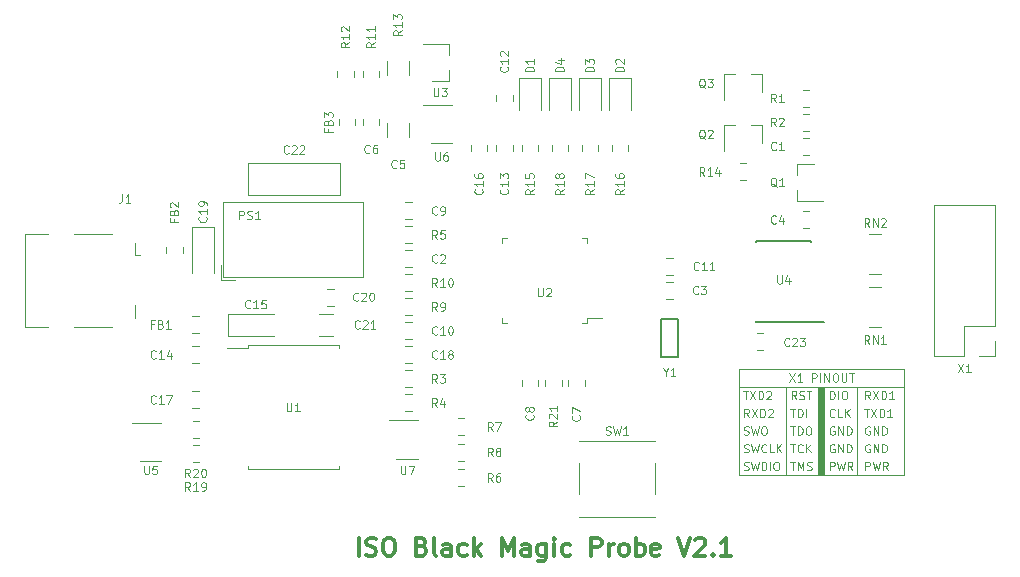
<source format=gbr>
G04 #@! TF.GenerationSoftware,KiCad,Pcbnew,(5.1.6)-1*
G04 #@! TF.CreationDate,2020-08-11T14:22:33+03:00*
G04 #@! TF.ProjectId,Black Magic Probe V2.0,426c6163-6b20-44d6-9167-69632050726f,rev?*
G04 #@! TF.SameCoordinates,Original*
G04 #@! TF.FileFunction,Legend,Top*
G04 #@! TF.FilePolarity,Positive*
%FSLAX46Y46*%
G04 Gerber Fmt 4.6, Leading zero omitted, Abs format (unit mm)*
G04 Created by KiCad (PCBNEW (5.1.6)-1) date 2020-08-11 14:22:33*
%MOMM*%
%LPD*%
G01*
G04 APERTURE LIST*
%ADD10C,0.100000*%
%ADD11C,0.120000*%
%ADD12C,0.300000*%
%ADD13C,0.150000*%
G04 APERTURE END LIST*
D10*
G36*
X173750000Y-116500000D02*
G01*
X173250000Y-116500000D01*
X173250000Y-109000000D01*
X173750000Y-109000000D01*
X173750000Y-116500000D01*
G37*
X173750000Y-116500000D02*
X173250000Y-116500000D01*
X173250000Y-109000000D01*
X173750000Y-109000000D01*
X173750000Y-116500000D01*
D11*
X176500000Y-109000000D02*
X176500000Y-116500000D01*
X173750000Y-109000000D02*
X173750000Y-116500000D01*
X173250000Y-109000000D02*
X180500000Y-109000000D01*
X180500000Y-107500000D02*
X173250000Y-107500000D01*
X180500000Y-116500000D02*
X180500000Y-107500000D01*
X173250000Y-116500000D02*
X180500000Y-116500000D01*
X170801333Y-107866666D02*
X171267999Y-108566666D01*
X171267999Y-107866666D02*
X170801333Y-108566666D01*
X171901333Y-108566666D02*
X171501333Y-108566666D01*
X171701333Y-108566666D02*
X171701333Y-107866666D01*
X171634666Y-107966666D01*
X171567999Y-108033333D01*
X171501333Y-108066666D01*
X172734666Y-108566666D02*
X172734666Y-107866666D01*
X173001333Y-107866666D01*
X173067999Y-107900000D01*
X173101333Y-107933333D01*
X173134666Y-108000000D01*
X173134666Y-108100000D01*
X173101333Y-108166666D01*
X173067999Y-108200000D01*
X173001333Y-108233333D01*
X172734666Y-108233333D01*
X173434666Y-108566666D02*
X173434666Y-107866666D01*
X173767999Y-108566666D02*
X173767999Y-107866666D01*
X174167999Y-108566666D01*
X174167999Y-107866666D01*
X174634666Y-107866666D02*
X174767999Y-107866666D01*
X174834666Y-107900000D01*
X174901333Y-107966666D01*
X174934666Y-108100000D01*
X174934666Y-108333333D01*
X174901333Y-108466666D01*
X174834666Y-108533333D01*
X174767999Y-108566666D01*
X174634666Y-108566666D01*
X174567999Y-108533333D01*
X174501333Y-108466666D01*
X174467999Y-108333333D01*
X174467999Y-108100000D01*
X174501333Y-107966666D01*
X174567999Y-107900000D01*
X174634666Y-107866666D01*
X175234666Y-107866666D02*
X175234666Y-108433333D01*
X175267999Y-108500000D01*
X175301333Y-108533333D01*
X175367999Y-108566666D01*
X175501333Y-108566666D01*
X175567999Y-108533333D01*
X175601333Y-108500000D01*
X175634666Y-108433333D01*
X175634666Y-107866666D01*
X175867999Y-107866666D02*
X176267999Y-107866666D01*
X176067999Y-108566666D02*
X176067999Y-107866666D01*
X166500000Y-107500000D02*
X166500000Y-109000000D01*
X173250000Y-107500000D02*
X166500000Y-107500000D01*
X170500000Y-109000000D02*
X170500000Y-116500000D01*
X166500000Y-116500000D02*
X166500000Y-109000000D01*
X173250000Y-116500000D02*
X166500000Y-116500000D01*
X173250000Y-109000000D02*
X173250000Y-116500000D01*
X166500000Y-109000000D02*
X173250000Y-109000000D01*
X170894666Y-112366666D02*
X171294666Y-112366666D01*
X171094666Y-113066666D02*
X171094666Y-112366666D01*
X171528000Y-113066666D02*
X171528000Y-112366666D01*
X171694666Y-112366666D01*
X171794666Y-112400000D01*
X171861333Y-112466666D01*
X171894666Y-112533333D01*
X171928000Y-112666666D01*
X171928000Y-112766666D01*
X171894666Y-112900000D01*
X171861333Y-112966666D01*
X171794666Y-113033333D01*
X171694666Y-113066666D01*
X171528000Y-113066666D01*
X172361333Y-112366666D02*
X172494666Y-112366666D01*
X172561333Y-112400000D01*
X172628000Y-112466666D01*
X172661333Y-112600000D01*
X172661333Y-112833333D01*
X172628000Y-112966666D01*
X172561333Y-113033333D01*
X172494666Y-113066666D01*
X172361333Y-113066666D01*
X172294666Y-113033333D01*
X172228000Y-112966666D01*
X172194666Y-112833333D01*
X172194666Y-112600000D01*
X172228000Y-112466666D01*
X172294666Y-112400000D01*
X172361333Y-112366666D01*
X170894666Y-113866666D02*
X171294666Y-113866666D01*
X171094666Y-114566666D02*
X171094666Y-113866666D01*
X171928000Y-114500000D02*
X171894666Y-114533333D01*
X171794666Y-114566666D01*
X171728000Y-114566666D01*
X171628000Y-114533333D01*
X171561333Y-114466666D01*
X171528000Y-114400000D01*
X171494666Y-114266666D01*
X171494666Y-114166666D01*
X171528000Y-114033333D01*
X171561333Y-113966666D01*
X171628000Y-113900000D01*
X171728000Y-113866666D01*
X171794666Y-113866666D01*
X171894666Y-113900000D01*
X171928000Y-113933333D01*
X172228000Y-114566666D02*
X172228000Y-113866666D01*
X172628000Y-114566666D02*
X172328000Y-114166666D01*
X172628000Y-113866666D02*
X172228000Y-114266666D01*
X170894666Y-115366666D02*
X171294666Y-115366666D01*
X171094666Y-116066666D02*
X171094666Y-115366666D01*
X171528000Y-116066666D02*
X171528000Y-115366666D01*
X171761333Y-115866666D01*
X171994666Y-115366666D01*
X171994666Y-116066666D01*
X172294666Y-116033333D02*
X172394666Y-116066666D01*
X172561333Y-116066666D01*
X172628000Y-116033333D01*
X172661333Y-116000000D01*
X172694666Y-115933333D01*
X172694666Y-115866666D01*
X172661333Y-115800000D01*
X172628000Y-115766666D01*
X172561333Y-115733333D01*
X172428000Y-115700000D01*
X172361333Y-115666666D01*
X172328000Y-115633333D01*
X172294666Y-115566666D01*
X172294666Y-115500000D01*
X172328000Y-115433333D01*
X172361333Y-115400000D01*
X172428000Y-115366666D01*
X172594666Y-115366666D01*
X172694666Y-115400000D01*
X170894666Y-110866666D02*
X171294666Y-110866666D01*
X171094666Y-111566666D02*
X171094666Y-110866666D01*
X171528000Y-111566666D02*
X171528000Y-110866666D01*
X171694666Y-110866666D01*
X171794666Y-110900000D01*
X171861333Y-110966666D01*
X171894666Y-111033333D01*
X171928000Y-111166666D01*
X171928000Y-111266666D01*
X171894666Y-111400000D01*
X171861333Y-111466666D01*
X171794666Y-111533333D01*
X171694666Y-111566666D01*
X171528000Y-111566666D01*
X172228000Y-111566666D02*
X172228000Y-110866666D01*
X171394666Y-110066666D02*
X171161333Y-109733333D01*
X170994666Y-110066666D02*
X170994666Y-109366666D01*
X171261333Y-109366666D01*
X171328000Y-109400000D01*
X171361333Y-109433333D01*
X171394666Y-109500000D01*
X171394666Y-109600000D01*
X171361333Y-109666666D01*
X171328000Y-109700000D01*
X171261333Y-109733333D01*
X170994666Y-109733333D01*
X171661333Y-110033333D02*
X171761333Y-110066666D01*
X171928000Y-110066666D01*
X171994666Y-110033333D01*
X172028000Y-110000000D01*
X172061333Y-109933333D01*
X172061333Y-109866666D01*
X172028000Y-109800000D01*
X171994666Y-109766666D01*
X171928000Y-109733333D01*
X171794666Y-109700000D01*
X171728000Y-109666666D01*
X171694666Y-109633333D01*
X171661333Y-109566666D01*
X171661333Y-109500000D01*
X171694666Y-109433333D01*
X171728000Y-109400000D01*
X171794666Y-109366666D01*
X171961333Y-109366666D01*
X172061333Y-109400000D01*
X172261333Y-109366666D02*
X172661333Y-109366666D01*
X172461333Y-110066666D02*
X172461333Y-109366666D01*
X177611333Y-113900000D02*
X177544666Y-113866666D01*
X177444666Y-113866666D01*
X177344666Y-113900000D01*
X177278000Y-113966666D01*
X177244666Y-114033333D01*
X177211333Y-114166666D01*
X177211333Y-114266666D01*
X177244666Y-114400000D01*
X177278000Y-114466666D01*
X177344666Y-114533333D01*
X177444666Y-114566666D01*
X177511333Y-114566666D01*
X177611333Y-114533333D01*
X177644666Y-114500000D01*
X177644666Y-114266666D01*
X177511333Y-114266666D01*
X177944666Y-114566666D02*
X177944666Y-113866666D01*
X178344666Y-114566666D01*
X178344666Y-113866666D01*
X178678000Y-114566666D02*
X178678000Y-113866666D01*
X178844666Y-113866666D01*
X178944666Y-113900000D01*
X179011333Y-113966666D01*
X179044666Y-114033333D01*
X179078000Y-114166666D01*
X179078000Y-114266666D01*
X179044666Y-114400000D01*
X179011333Y-114466666D01*
X178944666Y-114533333D01*
X178844666Y-114566666D01*
X178678000Y-114566666D01*
X177244666Y-116066666D02*
X177244666Y-115366666D01*
X177511333Y-115366666D01*
X177578000Y-115400000D01*
X177611333Y-115433333D01*
X177644666Y-115500000D01*
X177644666Y-115600000D01*
X177611333Y-115666666D01*
X177578000Y-115700000D01*
X177511333Y-115733333D01*
X177244666Y-115733333D01*
X177878000Y-115366666D02*
X178044666Y-116066666D01*
X178178000Y-115566666D01*
X178311333Y-116066666D01*
X178478000Y-115366666D01*
X179144666Y-116066666D02*
X178911333Y-115733333D01*
X178744666Y-116066666D02*
X178744666Y-115366666D01*
X179011333Y-115366666D01*
X179078000Y-115400000D01*
X179111333Y-115433333D01*
X179144666Y-115500000D01*
X179144666Y-115600000D01*
X179111333Y-115666666D01*
X179078000Y-115700000D01*
X179011333Y-115733333D01*
X178744666Y-115733333D01*
X177611333Y-112400000D02*
X177544666Y-112366666D01*
X177444666Y-112366666D01*
X177344666Y-112400000D01*
X177278000Y-112466666D01*
X177244666Y-112533333D01*
X177211333Y-112666666D01*
X177211333Y-112766666D01*
X177244666Y-112900000D01*
X177278000Y-112966666D01*
X177344666Y-113033333D01*
X177444666Y-113066666D01*
X177511333Y-113066666D01*
X177611333Y-113033333D01*
X177644666Y-113000000D01*
X177644666Y-112766666D01*
X177511333Y-112766666D01*
X177944666Y-113066666D02*
X177944666Y-112366666D01*
X178344666Y-113066666D01*
X178344666Y-112366666D01*
X178678000Y-113066666D02*
X178678000Y-112366666D01*
X178844666Y-112366666D01*
X178944666Y-112400000D01*
X179011333Y-112466666D01*
X179044666Y-112533333D01*
X179078000Y-112666666D01*
X179078000Y-112766666D01*
X179044666Y-112900000D01*
X179011333Y-112966666D01*
X178944666Y-113033333D01*
X178844666Y-113066666D01*
X178678000Y-113066666D01*
X177144666Y-110866666D02*
X177544666Y-110866666D01*
X177344666Y-111566666D02*
X177344666Y-110866666D01*
X177711333Y-110866666D02*
X178178000Y-111566666D01*
X178178000Y-110866666D02*
X177711333Y-111566666D01*
X178444666Y-111566666D02*
X178444666Y-110866666D01*
X178611333Y-110866666D01*
X178711333Y-110900000D01*
X178778000Y-110966666D01*
X178811333Y-111033333D01*
X178844666Y-111166666D01*
X178844666Y-111266666D01*
X178811333Y-111400000D01*
X178778000Y-111466666D01*
X178711333Y-111533333D01*
X178611333Y-111566666D01*
X178444666Y-111566666D01*
X179511333Y-111566666D02*
X179111333Y-111566666D01*
X179311333Y-111566666D02*
X179311333Y-110866666D01*
X179244666Y-110966666D01*
X179178000Y-111033333D01*
X179111333Y-111066666D01*
X177644666Y-110066666D02*
X177411333Y-109733333D01*
X177244666Y-110066666D02*
X177244666Y-109366666D01*
X177511333Y-109366666D01*
X177578000Y-109400000D01*
X177611333Y-109433333D01*
X177644666Y-109500000D01*
X177644666Y-109600000D01*
X177611333Y-109666666D01*
X177578000Y-109700000D01*
X177511333Y-109733333D01*
X177244666Y-109733333D01*
X177878000Y-109366666D02*
X178344666Y-110066666D01*
X178344666Y-109366666D02*
X177878000Y-110066666D01*
X178611333Y-110066666D02*
X178611333Y-109366666D01*
X178778000Y-109366666D01*
X178878000Y-109400000D01*
X178944666Y-109466666D01*
X178978000Y-109533333D01*
X179011333Y-109666666D01*
X179011333Y-109766666D01*
X178978000Y-109900000D01*
X178944666Y-109966666D01*
X178878000Y-110033333D01*
X178778000Y-110066666D01*
X178611333Y-110066666D01*
X179678000Y-110066666D02*
X179278000Y-110066666D01*
X179478000Y-110066666D02*
X179478000Y-109366666D01*
X179411333Y-109466666D01*
X179344666Y-109533333D01*
X179278000Y-109566666D01*
X174244666Y-110066666D02*
X174244666Y-109366666D01*
X174411333Y-109366666D01*
X174511333Y-109400000D01*
X174578000Y-109466666D01*
X174611333Y-109533333D01*
X174644666Y-109666666D01*
X174644666Y-109766666D01*
X174611333Y-109900000D01*
X174578000Y-109966666D01*
X174511333Y-110033333D01*
X174411333Y-110066666D01*
X174244666Y-110066666D01*
X174944666Y-110066666D02*
X174944666Y-109366666D01*
X175411333Y-109366666D02*
X175544666Y-109366666D01*
X175611333Y-109400000D01*
X175678000Y-109466666D01*
X175711333Y-109600000D01*
X175711333Y-109833333D01*
X175678000Y-109966666D01*
X175611333Y-110033333D01*
X175544666Y-110066666D01*
X175411333Y-110066666D01*
X175344666Y-110033333D01*
X175278000Y-109966666D01*
X175244666Y-109833333D01*
X175244666Y-109600000D01*
X175278000Y-109466666D01*
X175344666Y-109400000D01*
X175411333Y-109366666D01*
X166894666Y-109366666D02*
X167294666Y-109366666D01*
X167094666Y-110066666D02*
X167094666Y-109366666D01*
X167461333Y-109366666D02*
X167928000Y-110066666D01*
X167928000Y-109366666D02*
X167461333Y-110066666D01*
X168194666Y-110066666D02*
X168194666Y-109366666D01*
X168361333Y-109366666D01*
X168461333Y-109400000D01*
X168528000Y-109466666D01*
X168561333Y-109533333D01*
X168594666Y-109666666D01*
X168594666Y-109766666D01*
X168561333Y-109900000D01*
X168528000Y-109966666D01*
X168461333Y-110033333D01*
X168361333Y-110066666D01*
X168194666Y-110066666D01*
X168861333Y-109433333D02*
X168894666Y-109400000D01*
X168961333Y-109366666D01*
X169128000Y-109366666D01*
X169194666Y-109400000D01*
X169228000Y-109433333D01*
X169261333Y-109500000D01*
X169261333Y-109566666D01*
X169228000Y-109666666D01*
X168828000Y-110066666D01*
X169261333Y-110066666D01*
X174644666Y-111500000D02*
X174611333Y-111533333D01*
X174511333Y-111566666D01*
X174444666Y-111566666D01*
X174344666Y-111533333D01*
X174278000Y-111466666D01*
X174244666Y-111400000D01*
X174211333Y-111266666D01*
X174211333Y-111166666D01*
X174244666Y-111033333D01*
X174278000Y-110966666D01*
X174344666Y-110900000D01*
X174444666Y-110866666D01*
X174511333Y-110866666D01*
X174611333Y-110900000D01*
X174644666Y-110933333D01*
X175278000Y-111566666D02*
X174944666Y-111566666D01*
X174944666Y-110866666D01*
X175511333Y-111566666D02*
X175511333Y-110866666D01*
X175911333Y-111566666D02*
X175611333Y-111166666D01*
X175911333Y-110866666D02*
X175511333Y-111266666D01*
X167394666Y-111566666D02*
X167161333Y-111233333D01*
X166994666Y-111566666D02*
X166994666Y-110866666D01*
X167261333Y-110866666D01*
X167328000Y-110900000D01*
X167361333Y-110933333D01*
X167394666Y-111000000D01*
X167394666Y-111100000D01*
X167361333Y-111166666D01*
X167328000Y-111200000D01*
X167261333Y-111233333D01*
X166994666Y-111233333D01*
X167628000Y-110866666D02*
X168094666Y-111566666D01*
X168094666Y-110866666D02*
X167628000Y-111566666D01*
X168361333Y-111566666D02*
X168361333Y-110866666D01*
X168528000Y-110866666D01*
X168628000Y-110900000D01*
X168694666Y-110966666D01*
X168728000Y-111033333D01*
X168761333Y-111166666D01*
X168761333Y-111266666D01*
X168728000Y-111400000D01*
X168694666Y-111466666D01*
X168628000Y-111533333D01*
X168528000Y-111566666D01*
X168361333Y-111566666D01*
X169028000Y-110933333D02*
X169061333Y-110900000D01*
X169128000Y-110866666D01*
X169294666Y-110866666D01*
X169361333Y-110900000D01*
X169394666Y-110933333D01*
X169428000Y-111000000D01*
X169428000Y-111066666D01*
X169394666Y-111166666D01*
X168994666Y-111566666D01*
X169428000Y-111566666D01*
X174611333Y-113900000D02*
X174544666Y-113866666D01*
X174444666Y-113866666D01*
X174344666Y-113900000D01*
X174278000Y-113966666D01*
X174244666Y-114033333D01*
X174211333Y-114166666D01*
X174211333Y-114266666D01*
X174244666Y-114400000D01*
X174278000Y-114466666D01*
X174344666Y-114533333D01*
X174444666Y-114566666D01*
X174511333Y-114566666D01*
X174611333Y-114533333D01*
X174644666Y-114500000D01*
X174644666Y-114266666D01*
X174511333Y-114266666D01*
X174944666Y-114566666D02*
X174944666Y-113866666D01*
X175344666Y-114566666D01*
X175344666Y-113866666D01*
X175678000Y-114566666D02*
X175678000Y-113866666D01*
X175844666Y-113866666D01*
X175944666Y-113900000D01*
X176011333Y-113966666D01*
X176044666Y-114033333D01*
X176078000Y-114166666D01*
X176078000Y-114266666D01*
X176044666Y-114400000D01*
X176011333Y-114466666D01*
X175944666Y-114533333D01*
X175844666Y-114566666D01*
X175678000Y-114566666D01*
X166961333Y-113033333D02*
X167061333Y-113066666D01*
X167228000Y-113066666D01*
X167294666Y-113033333D01*
X167328000Y-113000000D01*
X167361333Y-112933333D01*
X167361333Y-112866666D01*
X167328000Y-112800000D01*
X167294666Y-112766666D01*
X167228000Y-112733333D01*
X167094666Y-112700000D01*
X167028000Y-112666666D01*
X166994666Y-112633333D01*
X166961333Y-112566666D01*
X166961333Y-112500000D01*
X166994666Y-112433333D01*
X167028000Y-112400000D01*
X167094666Y-112366666D01*
X167261333Y-112366666D01*
X167361333Y-112400000D01*
X167594666Y-112366666D02*
X167761333Y-113066666D01*
X167894666Y-112566666D01*
X168028000Y-113066666D01*
X168194666Y-112366666D01*
X168594666Y-112366666D02*
X168728000Y-112366666D01*
X168794666Y-112400000D01*
X168861333Y-112466666D01*
X168894666Y-112600000D01*
X168894666Y-112833333D01*
X168861333Y-112966666D01*
X168794666Y-113033333D01*
X168728000Y-113066666D01*
X168594666Y-113066666D01*
X168528000Y-113033333D01*
X168461333Y-112966666D01*
X168428000Y-112833333D01*
X168428000Y-112600000D01*
X168461333Y-112466666D01*
X168528000Y-112400000D01*
X168594666Y-112366666D01*
X174611333Y-112400000D02*
X174544666Y-112366666D01*
X174444666Y-112366666D01*
X174344666Y-112400000D01*
X174278000Y-112466666D01*
X174244666Y-112533333D01*
X174211333Y-112666666D01*
X174211333Y-112766666D01*
X174244666Y-112900000D01*
X174278000Y-112966666D01*
X174344666Y-113033333D01*
X174444666Y-113066666D01*
X174511333Y-113066666D01*
X174611333Y-113033333D01*
X174644666Y-113000000D01*
X174644666Y-112766666D01*
X174511333Y-112766666D01*
X174944666Y-113066666D02*
X174944666Y-112366666D01*
X175344666Y-113066666D01*
X175344666Y-112366666D01*
X175678000Y-113066666D02*
X175678000Y-112366666D01*
X175844666Y-112366666D01*
X175944666Y-112400000D01*
X176011333Y-112466666D01*
X176044666Y-112533333D01*
X176078000Y-112666666D01*
X176078000Y-112766666D01*
X176044666Y-112900000D01*
X176011333Y-112966666D01*
X175944666Y-113033333D01*
X175844666Y-113066666D01*
X175678000Y-113066666D01*
X166961333Y-114533333D02*
X167061333Y-114566666D01*
X167228000Y-114566666D01*
X167294666Y-114533333D01*
X167328000Y-114500000D01*
X167361333Y-114433333D01*
X167361333Y-114366666D01*
X167328000Y-114300000D01*
X167294666Y-114266666D01*
X167228000Y-114233333D01*
X167094666Y-114200000D01*
X167028000Y-114166666D01*
X166994666Y-114133333D01*
X166961333Y-114066666D01*
X166961333Y-114000000D01*
X166994666Y-113933333D01*
X167028000Y-113900000D01*
X167094666Y-113866666D01*
X167261333Y-113866666D01*
X167361333Y-113900000D01*
X167594666Y-113866666D02*
X167761333Y-114566666D01*
X167894666Y-114066666D01*
X168028000Y-114566666D01*
X168194666Y-113866666D01*
X168861333Y-114500000D02*
X168828000Y-114533333D01*
X168728000Y-114566666D01*
X168661333Y-114566666D01*
X168561333Y-114533333D01*
X168494666Y-114466666D01*
X168461333Y-114400000D01*
X168428000Y-114266666D01*
X168428000Y-114166666D01*
X168461333Y-114033333D01*
X168494666Y-113966666D01*
X168561333Y-113900000D01*
X168661333Y-113866666D01*
X168728000Y-113866666D01*
X168828000Y-113900000D01*
X168861333Y-113933333D01*
X169494666Y-114566666D02*
X169161333Y-114566666D01*
X169161333Y-113866666D01*
X169728000Y-114566666D02*
X169728000Y-113866666D01*
X170128000Y-114566666D02*
X169828000Y-114166666D01*
X170128000Y-113866666D02*
X169728000Y-114266666D01*
X174244666Y-116066666D02*
X174244666Y-115366666D01*
X174511333Y-115366666D01*
X174578000Y-115400000D01*
X174611333Y-115433333D01*
X174644666Y-115500000D01*
X174644666Y-115600000D01*
X174611333Y-115666666D01*
X174578000Y-115700000D01*
X174511333Y-115733333D01*
X174244666Y-115733333D01*
X174878000Y-115366666D02*
X175044666Y-116066666D01*
X175178000Y-115566666D01*
X175311333Y-116066666D01*
X175478000Y-115366666D01*
X176144666Y-116066666D02*
X175911333Y-115733333D01*
X175744666Y-116066666D02*
X175744666Y-115366666D01*
X176011333Y-115366666D01*
X176078000Y-115400000D01*
X176111333Y-115433333D01*
X176144666Y-115500000D01*
X176144666Y-115600000D01*
X176111333Y-115666666D01*
X176078000Y-115700000D01*
X176011333Y-115733333D01*
X175744666Y-115733333D01*
X166961333Y-116033333D02*
X167061333Y-116066666D01*
X167228000Y-116066666D01*
X167294666Y-116033333D01*
X167328000Y-116000000D01*
X167361333Y-115933333D01*
X167361333Y-115866666D01*
X167328000Y-115800000D01*
X167294666Y-115766666D01*
X167228000Y-115733333D01*
X167094666Y-115700000D01*
X167028000Y-115666666D01*
X166994666Y-115633333D01*
X166961333Y-115566666D01*
X166961333Y-115500000D01*
X166994666Y-115433333D01*
X167028000Y-115400000D01*
X167094666Y-115366666D01*
X167261333Y-115366666D01*
X167361333Y-115400000D01*
X167594666Y-115366666D02*
X167761333Y-116066666D01*
X167894666Y-115566666D01*
X168028000Y-116066666D01*
X168194666Y-115366666D01*
X168461333Y-116066666D02*
X168461333Y-115366666D01*
X168628000Y-115366666D01*
X168728000Y-115400000D01*
X168794666Y-115466666D01*
X168828000Y-115533333D01*
X168861333Y-115666666D01*
X168861333Y-115766666D01*
X168828000Y-115900000D01*
X168794666Y-115966666D01*
X168728000Y-116033333D01*
X168628000Y-116066666D01*
X168461333Y-116066666D01*
X169161333Y-116066666D02*
X169161333Y-115366666D01*
X169628000Y-115366666D02*
X169761333Y-115366666D01*
X169828000Y-115400000D01*
X169894666Y-115466666D01*
X169928000Y-115600000D01*
X169928000Y-115833333D01*
X169894666Y-115966666D01*
X169828000Y-116033333D01*
X169761333Y-116066666D01*
X169628000Y-116066666D01*
X169561333Y-116033333D01*
X169494666Y-115966666D01*
X169461333Y-115833333D01*
X169461333Y-115600000D01*
X169494666Y-115466666D01*
X169561333Y-115400000D01*
X169628000Y-115366666D01*
D12*
X134336214Y-123297071D02*
X134336214Y-121797071D01*
X134979071Y-123225642D02*
X135193357Y-123297071D01*
X135550500Y-123297071D01*
X135693357Y-123225642D01*
X135764785Y-123154214D01*
X135836214Y-123011357D01*
X135836214Y-122868500D01*
X135764785Y-122725642D01*
X135693357Y-122654214D01*
X135550500Y-122582785D01*
X135264785Y-122511357D01*
X135121928Y-122439928D01*
X135050500Y-122368500D01*
X134979071Y-122225642D01*
X134979071Y-122082785D01*
X135050500Y-121939928D01*
X135121928Y-121868500D01*
X135264785Y-121797071D01*
X135621928Y-121797071D01*
X135836214Y-121868500D01*
X136764785Y-121797071D02*
X137050500Y-121797071D01*
X137193357Y-121868500D01*
X137336214Y-122011357D01*
X137407642Y-122297071D01*
X137407642Y-122797071D01*
X137336214Y-123082785D01*
X137193357Y-123225642D01*
X137050500Y-123297071D01*
X136764785Y-123297071D01*
X136621928Y-123225642D01*
X136479071Y-123082785D01*
X136407642Y-122797071D01*
X136407642Y-122297071D01*
X136479071Y-122011357D01*
X136621928Y-121868500D01*
X136764785Y-121797071D01*
X139693357Y-122511357D02*
X139907642Y-122582785D01*
X139979071Y-122654214D01*
X140050500Y-122797071D01*
X140050500Y-123011357D01*
X139979071Y-123154214D01*
X139907642Y-123225642D01*
X139764785Y-123297071D01*
X139193357Y-123297071D01*
X139193357Y-121797071D01*
X139693357Y-121797071D01*
X139836214Y-121868500D01*
X139907642Y-121939928D01*
X139979071Y-122082785D01*
X139979071Y-122225642D01*
X139907642Y-122368500D01*
X139836214Y-122439928D01*
X139693357Y-122511357D01*
X139193357Y-122511357D01*
X140907642Y-123297071D02*
X140764785Y-123225642D01*
X140693357Y-123082785D01*
X140693357Y-121797071D01*
X142121928Y-123297071D02*
X142121928Y-122511357D01*
X142050500Y-122368500D01*
X141907642Y-122297071D01*
X141621928Y-122297071D01*
X141479071Y-122368500D01*
X142121928Y-123225642D02*
X141979071Y-123297071D01*
X141621928Y-123297071D01*
X141479071Y-123225642D01*
X141407642Y-123082785D01*
X141407642Y-122939928D01*
X141479071Y-122797071D01*
X141621928Y-122725642D01*
X141979071Y-122725642D01*
X142121928Y-122654214D01*
X143479071Y-123225642D02*
X143336214Y-123297071D01*
X143050500Y-123297071D01*
X142907642Y-123225642D01*
X142836214Y-123154214D01*
X142764785Y-123011357D01*
X142764785Y-122582785D01*
X142836214Y-122439928D01*
X142907642Y-122368500D01*
X143050500Y-122297071D01*
X143336214Y-122297071D01*
X143479071Y-122368500D01*
X144121928Y-123297071D02*
X144121928Y-121797071D01*
X144264785Y-122725642D02*
X144693357Y-123297071D01*
X144693357Y-122297071D02*
X144121928Y-122868500D01*
X146479071Y-123297071D02*
X146479071Y-121797071D01*
X146979071Y-122868500D01*
X147479071Y-121797071D01*
X147479071Y-123297071D01*
X148836214Y-123297071D02*
X148836214Y-122511357D01*
X148764785Y-122368500D01*
X148621928Y-122297071D01*
X148336214Y-122297071D01*
X148193357Y-122368500D01*
X148836214Y-123225642D02*
X148693357Y-123297071D01*
X148336214Y-123297071D01*
X148193357Y-123225642D01*
X148121928Y-123082785D01*
X148121928Y-122939928D01*
X148193357Y-122797071D01*
X148336214Y-122725642D01*
X148693357Y-122725642D01*
X148836214Y-122654214D01*
X150193357Y-122297071D02*
X150193357Y-123511357D01*
X150121928Y-123654214D01*
X150050500Y-123725642D01*
X149907642Y-123797071D01*
X149693357Y-123797071D01*
X149550500Y-123725642D01*
X150193357Y-123225642D02*
X150050500Y-123297071D01*
X149764785Y-123297071D01*
X149621928Y-123225642D01*
X149550500Y-123154214D01*
X149479071Y-123011357D01*
X149479071Y-122582785D01*
X149550500Y-122439928D01*
X149621928Y-122368500D01*
X149764785Y-122297071D01*
X150050500Y-122297071D01*
X150193357Y-122368500D01*
X150907642Y-123297071D02*
X150907642Y-122297071D01*
X150907642Y-121797071D02*
X150836214Y-121868500D01*
X150907642Y-121939928D01*
X150979071Y-121868500D01*
X150907642Y-121797071D01*
X150907642Y-121939928D01*
X152264785Y-123225642D02*
X152121928Y-123297071D01*
X151836214Y-123297071D01*
X151693357Y-123225642D01*
X151621928Y-123154214D01*
X151550500Y-123011357D01*
X151550500Y-122582785D01*
X151621928Y-122439928D01*
X151693357Y-122368500D01*
X151836214Y-122297071D01*
X152121928Y-122297071D01*
X152264785Y-122368500D01*
X154050500Y-123297071D02*
X154050500Y-121797071D01*
X154621928Y-121797071D01*
X154764785Y-121868500D01*
X154836214Y-121939928D01*
X154907642Y-122082785D01*
X154907642Y-122297071D01*
X154836214Y-122439928D01*
X154764785Y-122511357D01*
X154621928Y-122582785D01*
X154050500Y-122582785D01*
X155550500Y-123297071D02*
X155550500Y-122297071D01*
X155550500Y-122582785D02*
X155621928Y-122439928D01*
X155693357Y-122368500D01*
X155836214Y-122297071D01*
X155979071Y-122297071D01*
X156693357Y-123297071D02*
X156550500Y-123225642D01*
X156479071Y-123154214D01*
X156407642Y-123011357D01*
X156407642Y-122582785D01*
X156479071Y-122439928D01*
X156550500Y-122368500D01*
X156693357Y-122297071D01*
X156907642Y-122297071D01*
X157050500Y-122368500D01*
X157121928Y-122439928D01*
X157193357Y-122582785D01*
X157193357Y-123011357D01*
X157121928Y-123154214D01*
X157050500Y-123225642D01*
X156907642Y-123297071D01*
X156693357Y-123297071D01*
X157836214Y-123297071D02*
X157836214Y-121797071D01*
X157836214Y-122368500D02*
X157979071Y-122297071D01*
X158264785Y-122297071D01*
X158407642Y-122368500D01*
X158479071Y-122439928D01*
X158550500Y-122582785D01*
X158550500Y-123011357D01*
X158479071Y-123154214D01*
X158407642Y-123225642D01*
X158264785Y-123297071D01*
X157979071Y-123297071D01*
X157836214Y-123225642D01*
X159764785Y-123225642D02*
X159621928Y-123297071D01*
X159336214Y-123297071D01*
X159193357Y-123225642D01*
X159121928Y-123082785D01*
X159121928Y-122511357D01*
X159193357Y-122368500D01*
X159336214Y-122297071D01*
X159621928Y-122297071D01*
X159764785Y-122368500D01*
X159836214Y-122511357D01*
X159836214Y-122654214D01*
X159121928Y-122797071D01*
X161407642Y-121797071D02*
X161907642Y-123297071D01*
X162407642Y-121797071D01*
X162836214Y-121939928D02*
X162907642Y-121868500D01*
X163050500Y-121797071D01*
X163407642Y-121797071D01*
X163550500Y-121868500D01*
X163621928Y-121939928D01*
X163693357Y-122082785D01*
X163693357Y-122225642D01*
X163621928Y-122439928D01*
X162764785Y-123297071D01*
X163693357Y-123297071D01*
X164336214Y-123154214D02*
X164407642Y-123225642D01*
X164336214Y-123297071D01*
X164264785Y-123225642D01*
X164336214Y-123154214D01*
X164336214Y-123297071D01*
X165836214Y-123297071D02*
X164979071Y-123297071D01*
X165407642Y-123297071D02*
X165407642Y-121797071D01*
X165264785Y-122011357D01*
X165121928Y-122154214D01*
X164979071Y-122225642D01*
D11*
X106090000Y-96090000D02*
X108040000Y-96090000D01*
X110260000Y-96090000D02*
X113490000Y-96090000D01*
X115410000Y-96810000D02*
X115410000Y-97890000D01*
X115410000Y-102110000D02*
X115410000Y-103190000D01*
X110260000Y-103910000D02*
X113490000Y-103910000D01*
X106090000Y-103910000D02*
X108040000Y-103910000D01*
X115410000Y-97890000D02*
X115840000Y-97890000D01*
X106090000Y-103910000D02*
X106090000Y-96090000D01*
X168079922Y-104446000D02*
X168597078Y-104446000D01*
X168079922Y-105866000D02*
X168597078Y-105866000D01*
X138298422Y-94817000D02*
X138815578Y-94817000D01*
X138298422Y-93397000D02*
X138815578Y-93397000D01*
X136758000Y-86646936D02*
X136758000Y-87851064D01*
X138578000Y-86646936D02*
X138578000Y-87851064D01*
D13*
X159955000Y-106502000D02*
X159955000Y-103302000D01*
X159955000Y-103302000D02*
X161355000Y-103302000D01*
X161355000Y-103302000D02*
X161355000Y-106502000D01*
X161355000Y-106502000D02*
X159955000Y-106502000D01*
D11*
X122093000Y-99390000D02*
X122093000Y-95480000D01*
X122093000Y-95480000D02*
X120223000Y-95480000D01*
X120223000Y-95480000D02*
X120223000Y-99390000D01*
X127203000Y-102824000D02*
X123293000Y-102824000D01*
X123293000Y-102824000D02*
X123293000Y-104694000D01*
X123293000Y-104694000D02*
X127203000Y-104694000D01*
X130969936Y-102849000D02*
X132174064Y-102849000D01*
X130969936Y-104669000D02*
X132174064Y-104669000D01*
X150102500Y-108970578D02*
X150102500Y-108453422D01*
X151522500Y-108970578D02*
X151522500Y-108453422D01*
X168458000Y-82552000D02*
X167528000Y-82552000D01*
X165298000Y-82552000D02*
X166228000Y-82552000D01*
X165298000Y-82552000D02*
X165298000Y-84712000D01*
X168458000Y-82552000D02*
X168458000Y-84012000D01*
X168458000Y-86870000D02*
X167528000Y-86870000D01*
X165298000Y-86870000D02*
X166228000Y-86870000D01*
X165298000Y-86870000D02*
X165298000Y-89030000D01*
X168458000Y-86870000D02*
X168458000Y-88330000D01*
X188230000Y-106430000D02*
X186900000Y-106430000D01*
X188230000Y-105100000D02*
X188230000Y-106430000D01*
X185630000Y-106430000D02*
X183030000Y-106430000D01*
X185630000Y-103830000D02*
X185630000Y-106430000D01*
X188230000Y-103830000D02*
X185630000Y-103830000D01*
X183030000Y-106430000D02*
X183030000Y-93610000D01*
X188230000Y-103830000D02*
X188230000Y-93610000D01*
X188230000Y-93610000D02*
X183030000Y-93610000D01*
X139335000Y-111860000D02*
X136885000Y-111860000D01*
X137535000Y-115080000D02*
X139335000Y-115080000D01*
X142251000Y-85131000D02*
X139801000Y-85131000D01*
X140451000Y-88351000D02*
X142251000Y-88351000D01*
X117613000Y-112055000D02*
X115163000Y-112055000D01*
X115813000Y-115275000D02*
X117613000Y-115275000D01*
X141984000Y-83114000D02*
X140524000Y-83114000D01*
X141984000Y-79954000D02*
X139824000Y-79954000D01*
X141984000Y-79954000D02*
X141984000Y-80884000D01*
X141984000Y-83114000D02*
X141984000Y-82184000D01*
X124975000Y-105739000D02*
X123160000Y-105739000D01*
X124975000Y-105484000D02*
X124975000Y-105739000D01*
X128835000Y-105484000D02*
X124975000Y-105484000D01*
X132695000Y-105484000D02*
X132695000Y-105739000D01*
X128835000Y-105484000D02*
X132695000Y-105484000D01*
X124975000Y-116004000D02*
X124975000Y-115749000D01*
X128835000Y-116004000D02*
X124975000Y-116004000D01*
X132695000Y-116004000D02*
X132695000Y-115749000D01*
X128835000Y-116004000D02*
X132695000Y-116004000D01*
X152980000Y-120030000D02*
X159440000Y-120030000D01*
X152980000Y-115500000D02*
X152980000Y-118100000D01*
X152980000Y-113570000D02*
X159440000Y-113570000D01*
X159440000Y-115500000D02*
X159440000Y-118100000D01*
X152980000Y-113600000D02*
X152980000Y-113570000D01*
X152980000Y-120030000D02*
X152980000Y-120000000D01*
X159440000Y-120030000D02*
X159440000Y-120000000D01*
X159440000Y-113570000D02*
X159440000Y-113600000D01*
X177554000Y-99470000D02*
X178554000Y-99470000D01*
X177554000Y-96110000D02*
X178554000Y-96110000D01*
X177554000Y-103915000D02*
X178554000Y-103915000D01*
X177554000Y-100555000D02*
X178554000Y-100555000D01*
X120793578Y-111939000D02*
X120276422Y-111939000D01*
X120793578Y-113359000D02*
X120276422Y-113359000D01*
X120793578Y-113971000D02*
X120276422Y-113971000D01*
X120793578Y-115391000D02*
X120276422Y-115391000D01*
X150674000Y-88514422D02*
X150674000Y-89031578D01*
X152094000Y-88514422D02*
X152094000Y-89031578D01*
X153214000Y-88514422D02*
X153214000Y-89031578D01*
X154634000Y-88514422D02*
X154634000Y-89031578D01*
X155754000Y-88514422D02*
X155754000Y-89031578D01*
X157174000Y-88514422D02*
X157174000Y-89031578D01*
X148134000Y-88514422D02*
X148134000Y-89031578D01*
X149554000Y-88514422D02*
X149554000Y-89031578D01*
X167136578Y-90095000D02*
X166619422Y-90095000D01*
X167136578Y-91515000D02*
X166619422Y-91515000D01*
X136758000Y-81439936D02*
X136758000Y-82644064D01*
X138578000Y-81439936D02*
X138578000Y-82644064D01*
X133933000Y-82808578D02*
X133933000Y-82291422D01*
X132513000Y-82808578D02*
X132513000Y-82291422D01*
X134672000Y-82291422D02*
X134672000Y-82808578D01*
X136092000Y-82291422D02*
X136092000Y-82808578D01*
X138815578Y-99493000D02*
X138298422Y-99493000D01*
X138815578Y-100913000D02*
X138298422Y-100913000D01*
X138298422Y-102945000D02*
X138815578Y-102945000D01*
X138298422Y-101525000D02*
X138815578Y-101525000D01*
X142743422Y-115264000D02*
X143260578Y-115264000D01*
X142743422Y-113844000D02*
X143260578Y-113844000D01*
X142743422Y-113105000D02*
X143260578Y-113105000D01*
X142743422Y-111685000D02*
X143260578Y-111685000D01*
X142743422Y-117423000D02*
X143260578Y-117423000D01*
X142743422Y-116003000D02*
X143260578Y-116003000D01*
X138815578Y-95429000D02*
X138298422Y-95429000D01*
X138815578Y-96849000D02*
X138298422Y-96849000D01*
X138298422Y-111073000D02*
X138815578Y-111073000D01*
X138298422Y-109653000D02*
X138815578Y-109653000D01*
X138815578Y-107621000D02*
X138298422Y-107621000D01*
X138815578Y-109041000D02*
X138298422Y-109041000D01*
X172470578Y-85904000D02*
X171953422Y-85904000D01*
X172470578Y-87324000D02*
X171953422Y-87324000D01*
X171953422Y-85292000D02*
X172470578Y-85292000D01*
X171953422Y-83872000D02*
X172470578Y-83872000D01*
X171452000Y-90114000D02*
X172912000Y-90114000D01*
X171452000Y-93274000D02*
X173612000Y-93274000D01*
X171452000Y-93274000D02*
X171452000Y-92344000D01*
X171452000Y-90114000D02*
X171452000Y-91044000D01*
X150424000Y-82897000D02*
X150424000Y-85582000D01*
X152344000Y-82897000D02*
X150424000Y-82897000D01*
X152344000Y-85582000D02*
X152344000Y-82897000D01*
X152964000Y-82897000D02*
X152964000Y-85582000D01*
X154884000Y-82897000D02*
X152964000Y-82897000D01*
X154884000Y-85582000D02*
X154884000Y-82897000D01*
X155504000Y-82897000D02*
X155504000Y-85582000D01*
X157424000Y-82897000D02*
X155504000Y-82897000D01*
X157424000Y-85582000D02*
X157424000Y-82897000D01*
X147884000Y-82858500D02*
X147884000Y-85543500D01*
X149804000Y-82858500D02*
X147884000Y-82858500D01*
X149804000Y-85543500D02*
X149804000Y-82858500D01*
X138815578Y-105589000D02*
X138298422Y-105589000D01*
X138815578Y-107009000D02*
X138298422Y-107009000D01*
X120264422Y-110819000D02*
X120781578Y-110819000D01*
X120264422Y-109399000D02*
X120781578Y-109399000D01*
X145236000Y-89031578D02*
X145236000Y-88514422D01*
X143816000Y-89031578D02*
X143816000Y-88514422D01*
X120264422Y-107009000D02*
X120781578Y-107009000D01*
X120264422Y-105589000D02*
X120781578Y-105589000D01*
X147395000Y-89031578D02*
X147395000Y-88514422D01*
X145975000Y-89031578D02*
X145975000Y-88514422D01*
X145975000Y-84259922D02*
X145975000Y-84777078D01*
X147395000Y-84259922D02*
X147395000Y-84777078D01*
X160913578Y-98096000D02*
X160396422Y-98096000D01*
X160913578Y-99516000D02*
X160396422Y-99516000D01*
X138298422Y-104977000D02*
X138815578Y-104977000D01*
X138298422Y-103557000D02*
X138815578Y-103557000D01*
X149554000Y-108970578D02*
X149554000Y-108453422D01*
X148134000Y-108970578D02*
X148134000Y-108453422D01*
X153491000Y-108970578D02*
X153491000Y-108453422D01*
X152071000Y-108970578D02*
X152071000Y-108453422D01*
X136092000Y-86872578D02*
X136092000Y-86355422D01*
X134672000Y-86872578D02*
X134672000Y-86355422D01*
X172470578Y-94159000D02*
X171953422Y-94159000D01*
X172470578Y-95579000D02*
X171953422Y-95579000D01*
X160396422Y-101548000D02*
X160913578Y-101548000D01*
X160396422Y-100128000D02*
X160913578Y-100128000D01*
X138298422Y-98881000D02*
X138815578Y-98881000D01*
X138298422Y-97461000D02*
X138815578Y-97461000D01*
X172470578Y-87936000D02*
X171953422Y-87936000D01*
X172470578Y-89356000D02*
X171953422Y-89356000D01*
D13*
X172632000Y-96701000D02*
X167982000Y-96701000D01*
X173707000Y-103526000D02*
X167982000Y-103526000D01*
X172632000Y-96701000D02*
X172632000Y-96726000D01*
X167982000Y-96701000D02*
X167982000Y-96726000D01*
X167982000Y-103526000D02*
X167982000Y-103426000D01*
D11*
X153660500Y-103172500D02*
X154950500Y-103172500D01*
X153660500Y-103622500D02*
X153660500Y-103172500D01*
X153210500Y-103622500D02*
X153660500Y-103622500D01*
X146440500Y-103622500D02*
X146440500Y-103172500D01*
X146890500Y-103622500D02*
X146440500Y-103622500D01*
X153660500Y-96402500D02*
X153660500Y-96852500D01*
X153210500Y-96402500D02*
X153660500Y-96402500D01*
X146440500Y-96402500D02*
X146440500Y-96852500D01*
X146890500Y-96402500D02*
X146440500Y-96402500D01*
X132735000Y-90070000D02*
X132735000Y-92810000D01*
X124995000Y-90070000D02*
X124995000Y-92810000D01*
X124995000Y-92810000D02*
X132735000Y-92810000D01*
X124995000Y-90070000D02*
X132735000Y-90070000D01*
X134060000Y-86872578D02*
X134060000Y-86355422D01*
X132640000Y-86872578D02*
X132640000Y-86355422D01*
X119455000Y-97667578D02*
X119455000Y-97150422D01*
X118035000Y-97667578D02*
X118035000Y-97150422D01*
X120264422Y-104469000D02*
X120781578Y-104469000D01*
X120264422Y-103049000D02*
X120781578Y-103049000D01*
X131694422Y-102183000D02*
X132211578Y-102183000D01*
X131694422Y-100763000D02*
X132211578Y-100763000D01*
X122645000Y-99925000D02*
X123845000Y-99925000D01*
X122645000Y-98725000D02*
X122645000Y-99925000D01*
X134665000Y-93335000D02*
X134665000Y-99675000D01*
X122895000Y-99675000D02*
X134665000Y-99675000D01*
X122895000Y-93335000D02*
X122895000Y-99675000D01*
X122895000Y-93335000D02*
X134665000Y-93335000D01*
X114320666Y-92707666D02*
X114320666Y-93207666D01*
X114287333Y-93307666D01*
X114220666Y-93374333D01*
X114120666Y-93407666D01*
X114054000Y-93407666D01*
X115020666Y-93407666D02*
X114620666Y-93407666D01*
X114820666Y-93407666D02*
X114820666Y-92707666D01*
X114754000Y-92807666D01*
X114687333Y-92874333D01*
X114620666Y-92907666D01*
X170800000Y-105500000D02*
X170766666Y-105533333D01*
X170666666Y-105566666D01*
X170600000Y-105566666D01*
X170500000Y-105533333D01*
X170433333Y-105466666D01*
X170400000Y-105400000D01*
X170366666Y-105266666D01*
X170366666Y-105166666D01*
X170400000Y-105033333D01*
X170433333Y-104966666D01*
X170500000Y-104900000D01*
X170600000Y-104866666D01*
X170666666Y-104866666D01*
X170766666Y-104900000D01*
X170800000Y-104933333D01*
X171066666Y-104933333D02*
X171100000Y-104900000D01*
X171166666Y-104866666D01*
X171333333Y-104866666D01*
X171400000Y-104900000D01*
X171433333Y-104933333D01*
X171466666Y-105000000D01*
X171466666Y-105066666D01*
X171433333Y-105166666D01*
X171033333Y-105566666D01*
X171466666Y-105566666D01*
X171700000Y-104866666D02*
X172133333Y-104866666D01*
X171900000Y-105133333D01*
X172000000Y-105133333D01*
X172066666Y-105166666D01*
X172100000Y-105200000D01*
X172133333Y-105266666D01*
X172133333Y-105433333D01*
X172100000Y-105500000D01*
X172066666Y-105533333D01*
X172000000Y-105566666D01*
X171800000Y-105566666D01*
X171733333Y-105533333D01*
X171700000Y-105500000D01*
X140980333Y-94357000D02*
X140947000Y-94390333D01*
X140847000Y-94423666D01*
X140780333Y-94423666D01*
X140680333Y-94390333D01*
X140613666Y-94323666D01*
X140580333Y-94257000D01*
X140547000Y-94123666D01*
X140547000Y-94023666D01*
X140580333Y-93890333D01*
X140613666Y-93823666D01*
X140680333Y-93757000D01*
X140780333Y-93723666D01*
X140847000Y-93723666D01*
X140947000Y-93757000D01*
X140980333Y-93790333D01*
X141313666Y-94423666D02*
X141447000Y-94423666D01*
X141513666Y-94390333D01*
X141547000Y-94357000D01*
X141613666Y-94257000D01*
X141647000Y-94123666D01*
X141647000Y-93857000D01*
X141613666Y-93790333D01*
X141580333Y-93757000D01*
X141513666Y-93723666D01*
X141380333Y-93723666D01*
X141313666Y-93757000D01*
X141280333Y-93790333D01*
X141247000Y-93857000D01*
X141247000Y-94023666D01*
X141280333Y-94090333D01*
X141313666Y-94123666D01*
X141380333Y-94157000D01*
X141513666Y-94157000D01*
X141580333Y-94123666D01*
X141613666Y-94090333D01*
X141647000Y-94023666D01*
X137551333Y-90420000D02*
X137518000Y-90453333D01*
X137418000Y-90486666D01*
X137351333Y-90486666D01*
X137251333Y-90453333D01*
X137184666Y-90386666D01*
X137151333Y-90320000D01*
X137118000Y-90186666D01*
X137118000Y-90086666D01*
X137151333Y-89953333D01*
X137184666Y-89886666D01*
X137251333Y-89820000D01*
X137351333Y-89786666D01*
X137418000Y-89786666D01*
X137518000Y-89820000D01*
X137551333Y-89853333D01*
X138184666Y-89786666D02*
X137851333Y-89786666D01*
X137818000Y-90120000D01*
X137851333Y-90086666D01*
X137918000Y-90053333D01*
X138084666Y-90053333D01*
X138151333Y-90086666D01*
X138184666Y-90120000D01*
X138218000Y-90186666D01*
X138218000Y-90353333D01*
X138184666Y-90420000D01*
X138151333Y-90453333D01*
X138084666Y-90486666D01*
X137918000Y-90486666D01*
X137851333Y-90453333D01*
X137818000Y-90420000D01*
X160321666Y-107742833D02*
X160321666Y-108076166D01*
X160088333Y-107376166D02*
X160321666Y-107742833D01*
X160555000Y-107376166D01*
X161155000Y-108076166D02*
X160755000Y-108076166D01*
X160955000Y-108076166D02*
X160955000Y-107376166D01*
X160888333Y-107476166D01*
X160821666Y-107542833D01*
X160755000Y-107576166D01*
X121408000Y-94620500D02*
X121441333Y-94653833D01*
X121474666Y-94753833D01*
X121474666Y-94820500D01*
X121441333Y-94920500D01*
X121374666Y-94987166D01*
X121308000Y-95020500D01*
X121174666Y-95053833D01*
X121074666Y-95053833D01*
X120941333Y-95020500D01*
X120874666Y-94987166D01*
X120808000Y-94920500D01*
X120774666Y-94820500D01*
X120774666Y-94753833D01*
X120808000Y-94653833D01*
X120841333Y-94620500D01*
X121474666Y-93953833D02*
X121474666Y-94353833D01*
X121474666Y-94153833D02*
X120774666Y-94153833D01*
X120874666Y-94220500D01*
X120941333Y-94287166D01*
X120974666Y-94353833D01*
X121474666Y-93620500D02*
X121474666Y-93487166D01*
X121441333Y-93420500D01*
X121408000Y-93387166D01*
X121308000Y-93320500D01*
X121174666Y-93287166D01*
X120908000Y-93287166D01*
X120841333Y-93320500D01*
X120808000Y-93353833D01*
X120774666Y-93420500D01*
X120774666Y-93553833D01*
X120808000Y-93620500D01*
X120841333Y-93653833D01*
X120908000Y-93687166D01*
X121074666Y-93687166D01*
X121141333Y-93653833D01*
X121174666Y-93620500D01*
X121208000Y-93553833D01*
X121208000Y-93420500D01*
X121174666Y-93353833D01*
X121141333Y-93320500D01*
X121074666Y-93287166D01*
X125153000Y-102294500D02*
X125119666Y-102327833D01*
X125019666Y-102361166D01*
X124953000Y-102361166D01*
X124853000Y-102327833D01*
X124786333Y-102261166D01*
X124753000Y-102194500D01*
X124719666Y-102061166D01*
X124719666Y-101961166D01*
X124753000Y-101827833D01*
X124786333Y-101761166D01*
X124853000Y-101694500D01*
X124953000Y-101661166D01*
X125019666Y-101661166D01*
X125119666Y-101694500D01*
X125153000Y-101727833D01*
X125819666Y-102361166D02*
X125419666Y-102361166D01*
X125619666Y-102361166D02*
X125619666Y-101661166D01*
X125553000Y-101761166D01*
X125486333Y-101827833D01*
X125419666Y-101861166D01*
X126453000Y-101661166D02*
X126119666Y-101661166D01*
X126086333Y-101994500D01*
X126119666Y-101961166D01*
X126186333Y-101927833D01*
X126353000Y-101927833D01*
X126419666Y-101961166D01*
X126453000Y-101994500D01*
X126486333Y-102061166D01*
X126486333Y-102227833D01*
X126453000Y-102294500D01*
X126419666Y-102327833D01*
X126353000Y-102361166D01*
X126186333Y-102361166D01*
X126119666Y-102327833D01*
X126086333Y-102294500D01*
X134424000Y-104009000D02*
X134390666Y-104042333D01*
X134290666Y-104075666D01*
X134224000Y-104075666D01*
X134124000Y-104042333D01*
X134057333Y-103975666D01*
X134024000Y-103909000D01*
X133990666Y-103775666D01*
X133990666Y-103675666D01*
X134024000Y-103542333D01*
X134057333Y-103475666D01*
X134124000Y-103409000D01*
X134224000Y-103375666D01*
X134290666Y-103375666D01*
X134390666Y-103409000D01*
X134424000Y-103442333D01*
X134690666Y-103442333D02*
X134724000Y-103409000D01*
X134790666Y-103375666D01*
X134957333Y-103375666D01*
X135024000Y-103409000D01*
X135057333Y-103442333D01*
X135090666Y-103509000D01*
X135090666Y-103575666D01*
X135057333Y-103675666D01*
X134657333Y-104075666D01*
X135090666Y-104075666D01*
X135757333Y-104075666D02*
X135357333Y-104075666D01*
X135557333Y-104075666D02*
X135557333Y-103375666D01*
X135490666Y-103475666D01*
X135424000Y-103542333D01*
X135357333Y-103575666D01*
X151129166Y-111956000D02*
X150795833Y-112189333D01*
X151129166Y-112356000D02*
X150429166Y-112356000D01*
X150429166Y-112089333D01*
X150462500Y-112022666D01*
X150495833Y-111989333D01*
X150562500Y-111956000D01*
X150662500Y-111956000D01*
X150729166Y-111989333D01*
X150762500Y-112022666D01*
X150795833Y-112089333D01*
X150795833Y-112356000D01*
X150495833Y-111689333D02*
X150462500Y-111656000D01*
X150429166Y-111589333D01*
X150429166Y-111422666D01*
X150462500Y-111356000D01*
X150495833Y-111322666D01*
X150562500Y-111289333D01*
X150629166Y-111289333D01*
X150729166Y-111322666D01*
X151129166Y-111722666D01*
X151129166Y-111289333D01*
X151129166Y-110622666D02*
X151129166Y-111022666D01*
X151129166Y-110822666D02*
X150429166Y-110822666D01*
X150529166Y-110889333D01*
X150595833Y-110956000D01*
X150629166Y-111022666D01*
X163678000Y-83695333D02*
X163611333Y-83662000D01*
X163544667Y-83595333D01*
X163444667Y-83495333D01*
X163378000Y-83462000D01*
X163311333Y-83462000D01*
X163344667Y-83628666D02*
X163278000Y-83595333D01*
X163211333Y-83528666D01*
X163178000Y-83395333D01*
X163178000Y-83162000D01*
X163211333Y-83028666D01*
X163278000Y-82962000D01*
X163344667Y-82928666D01*
X163478000Y-82928666D01*
X163544667Y-82962000D01*
X163611333Y-83028666D01*
X163644667Y-83162000D01*
X163644667Y-83395333D01*
X163611333Y-83528666D01*
X163544667Y-83595333D01*
X163478000Y-83628666D01*
X163344667Y-83628666D01*
X163878000Y-82928666D02*
X164311333Y-82928666D01*
X164078000Y-83195333D01*
X164178000Y-83195333D01*
X164244667Y-83228666D01*
X164278000Y-83262000D01*
X164311333Y-83328666D01*
X164311333Y-83495333D01*
X164278000Y-83562000D01*
X164244667Y-83595333D01*
X164178000Y-83628666D01*
X163978000Y-83628666D01*
X163911333Y-83595333D01*
X163878000Y-83562000D01*
X163678000Y-88013333D02*
X163611333Y-87980000D01*
X163544667Y-87913333D01*
X163444667Y-87813333D01*
X163378000Y-87780000D01*
X163311333Y-87780000D01*
X163344667Y-87946666D02*
X163278000Y-87913333D01*
X163211333Y-87846666D01*
X163178000Y-87713333D01*
X163178000Y-87480000D01*
X163211333Y-87346666D01*
X163278000Y-87280000D01*
X163344667Y-87246666D01*
X163478000Y-87246666D01*
X163544667Y-87280000D01*
X163611333Y-87346666D01*
X163644667Y-87480000D01*
X163644667Y-87713333D01*
X163611333Y-87846666D01*
X163544667Y-87913333D01*
X163478000Y-87946666D01*
X163344667Y-87946666D01*
X163911333Y-87313333D02*
X163944667Y-87280000D01*
X164011333Y-87246666D01*
X164178000Y-87246666D01*
X164244667Y-87280000D01*
X164278000Y-87313333D01*
X164311333Y-87380000D01*
X164311333Y-87446666D01*
X164278000Y-87546666D01*
X163878000Y-87946666D01*
X164311333Y-87946666D01*
X185063333Y-107046666D02*
X185530000Y-107746666D01*
X185530000Y-107046666D02*
X185063333Y-107746666D01*
X186163333Y-107746666D02*
X185763333Y-107746666D01*
X185963333Y-107746666D02*
X185963333Y-107046666D01*
X185896666Y-107146666D01*
X185830000Y-107213333D01*
X185763333Y-107246666D01*
X137901666Y-115694666D02*
X137901666Y-116261333D01*
X137935000Y-116328000D01*
X137968333Y-116361333D01*
X138035000Y-116394666D01*
X138168333Y-116394666D01*
X138235000Y-116361333D01*
X138268333Y-116328000D01*
X138301666Y-116261333D01*
X138301666Y-115694666D01*
X138568333Y-115694666D02*
X139035000Y-115694666D01*
X138735000Y-116394666D01*
X140817666Y-89151666D02*
X140817666Y-89718333D01*
X140851000Y-89785000D01*
X140884333Y-89818333D01*
X140951000Y-89851666D01*
X141084333Y-89851666D01*
X141151000Y-89818333D01*
X141184333Y-89785000D01*
X141217666Y-89718333D01*
X141217666Y-89151666D01*
X141851000Y-89151666D02*
X141717666Y-89151666D01*
X141651000Y-89185000D01*
X141617666Y-89218333D01*
X141551000Y-89318333D01*
X141517666Y-89451666D01*
X141517666Y-89718333D01*
X141551000Y-89785000D01*
X141584333Y-89818333D01*
X141651000Y-89851666D01*
X141784333Y-89851666D01*
X141851000Y-89818333D01*
X141884333Y-89785000D01*
X141917666Y-89718333D01*
X141917666Y-89551666D01*
X141884333Y-89485000D01*
X141851000Y-89451666D01*
X141784333Y-89418333D01*
X141651000Y-89418333D01*
X141584333Y-89451666D01*
X141551000Y-89485000D01*
X141517666Y-89551666D01*
X116179666Y-115694666D02*
X116179666Y-116261333D01*
X116213000Y-116328000D01*
X116246333Y-116361333D01*
X116313000Y-116394666D01*
X116446333Y-116394666D01*
X116513000Y-116361333D01*
X116546333Y-116328000D01*
X116579666Y-116261333D01*
X116579666Y-115694666D01*
X117246333Y-115694666D02*
X116913000Y-115694666D01*
X116879666Y-116028000D01*
X116913000Y-115994666D01*
X116979666Y-115961333D01*
X117146333Y-115961333D01*
X117213000Y-115994666D01*
X117246333Y-116028000D01*
X117279666Y-116094666D01*
X117279666Y-116261333D01*
X117246333Y-116328000D01*
X117213000Y-116361333D01*
X117146333Y-116394666D01*
X116979666Y-116394666D01*
X116913000Y-116361333D01*
X116879666Y-116328000D01*
X140690666Y-83690666D02*
X140690666Y-84257333D01*
X140724000Y-84324000D01*
X140757333Y-84357333D01*
X140824000Y-84390666D01*
X140957333Y-84390666D01*
X141024000Y-84357333D01*
X141057333Y-84324000D01*
X141090666Y-84257333D01*
X141090666Y-83690666D01*
X141357333Y-83690666D02*
X141790666Y-83690666D01*
X141557333Y-83957333D01*
X141657333Y-83957333D01*
X141724000Y-83990666D01*
X141757333Y-84024000D01*
X141790666Y-84090666D01*
X141790666Y-84257333D01*
X141757333Y-84324000D01*
X141724000Y-84357333D01*
X141657333Y-84390666D01*
X141457333Y-84390666D01*
X141390666Y-84357333D01*
X141357333Y-84324000D01*
X128244666Y-110360666D02*
X128244666Y-110927333D01*
X128278000Y-110994000D01*
X128311333Y-111027333D01*
X128378000Y-111060666D01*
X128511333Y-111060666D01*
X128578000Y-111027333D01*
X128611333Y-110994000D01*
X128644666Y-110927333D01*
X128644666Y-110360666D01*
X129344666Y-111060666D02*
X128944666Y-111060666D01*
X129144666Y-111060666D02*
X129144666Y-110360666D01*
X129078000Y-110460666D01*
X129011333Y-110527333D01*
X128944666Y-110560666D01*
X155276666Y-113033333D02*
X155376666Y-113066666D01*
X155543333Y-113066666D01*
X155610000Y-113033333D01*
X155643333Y-113000000D01*
X155676666Y-112933333D01*
X155676666Y-112866666D01*
X155643333Y-112800000D01*
X155610000Y-112766666D01*
X155543333Y-112733333D01*
X155410000Y-112700000D01*
X155343333Y-112666666D01*
X155310000Y-112633333D01*
X155276666Y-112566666D01*
X155276666Y-112500000D01*
X155310000Y-112433333D01*
X155343333Y-112400000D01*
X155410000Y-112366666D01*
X155576666Y-112366666D01*
X155676666Y-112400000D01*
X155910000Y-112366666D02*
X156076666Y-113066666D01*
X156210000Y-112566666D01*
X156343333Y-113066666D01*
X156510000Y-112366666D01*
X157143333Y-113066666D02*
X156743333Y-113066666D01*
X156943333Y-113066666D02*
X156943333Y-112366666D01*
X156876666Y-112466666D01*
X156810000Y-112533333D01*
X156743333Y-112566666D01*
X177570666Y-95439666D02*
X177337333Y-95106333D01*
X177170666Y-95439666D02*
X177170666Y-94739666D01*
X177437333Y-94739666D01*
X177504000Y-94773000D01*
X177537333Y-94806333D01*
X177570666Y-94873000D01*
X177570666Y-94973000D01*
X177537333Y-95039666D01*
X177504000Y-95073000D01*
X177437333Y-95106333D01*
X177170666Y-95106333D01*
X177870666Y-95439666D02*
X177870666Y-94739666D01*
X178270666Y-95439666D01*
X178270666Y-94739666D01*
X178570666Y-94806333D02*
X178604000Y-94773000D01*
X178670666Y-94739666D01*
X178837333Y-94739666D01*
X178904000Y-94773000D01*
X178937333Y-94806333D01*
X178970666Y-94873000D01*
X178970666Y-94939666D01*
X178937333Y-95039666D01*
X178537333Y-95439666D01*
X178970666Y-95439666D01*
X177570666Y-105351666D02*
X177337333Y-105018333D01*
X177170666Y-105351666D02*
X177170666Y-104651666D01*
X177437333Y-104651666D01*
X177504000Y-104685000D01*
X177537333Y-104718333D01*
X177570666Y-104785000D01*
X177570666Y-104885000D01*
X177537333Y-104951666D01*
X177504000Y-104985000D01*
X177437333Y-105018333D01*
X177170666Y-105018333D01*
X177870666Y-105351666D02*
X177870666Y-104651666D01*
X178270666Y-105351666D01*
X178270666Y-104651666D01*
X178970666Y-105351666D02*
X178570666Y-105351666D01*
X178770666Y-105351666D02*
X178770666Y-104651666D01*
X178704000Y-104751666D01*
X178637333Y-104818333D01*
X178570666Y-104851666D01*
X120073000Y-116648666D02*
X119839666Y-116315333D01*
X119673000Y-116648666D02*
X119673000Y-115948666D01*
X119939666Y-115948666D01*
X120006333Y-115982000D01*
X120039666Y-116015333D01*
X120073000Y-116082000D01*
X120073000Y-116182000D01*
X120039666Y-116248666D01*
X120006333Y-116282000D01*
X119939666Y-116315333D01*
X119673000Y-116315333D01*
X120339666Y-116015333D02*
X120373000Y-115982000D01*
X120439666Y-115948666D01*
X120606333Y-115948666D01*
X120673000Y-115982000D01*
X120706333Y-116015333D01*
X120739666Y-116082000D01*
X120739666Y-116148666D01*
X120706333Y-116248666D01*
X120306333Y-116648666D01*
X120739666Y-116648666D01*
X121173000Y-115948666D02*
X121239666Y-115948666D01*
X121306333Y-115982000D01*
X121339666Y-116015333D01*
X121373000Y-116082000D01*
X121406333Y-116215333D01*
X121406333Y-116382000D01*
X121373000Y-116515333D01*
X121339666Y-116582000D01*
X121306333Y-116615333D01*
X121239666Y-116648666D01*
X121173000Y-116648666D01*
X121106333Y-116615333D01*
X121073000Y-116582000D01*
X121039666Y-116515333D01*
X121006333Y-116382000D01*
X121006333Y-116215333D01*
X121039666Y-116082000D01*
X121073000Y-116015333D01*
X121106333Y-115982000D01*
X121173000Y-115948666D01*
X120073000Y-117791666D02*
X119839666Y-117458333D01*
X119673000Y-117791666D02*
X119673000Y-117091666D01*
X119939666Y-117091666D01*
X120006333Y-117125000D01*
X120039666Y-117158333D01*
X120073000Y-117225000D01*
X120073000Y-117325000D01*
X120039666Y-117391666D01*
X120006333Y-117425000D01*
X119939666Y-117458333D01*
X119673000Y-117458333D01*
X120739666Y-117791666D02*
X120339666Y-117791666D01*
X120539666Y-117791666D02*
X120539666Y-117091666D01*
X120473000Y-117191666D01*
X120406333Y-117258333D01*
X120339666Y-117291666D01*
X121073000Y-117791666D02*
X121206333Y-117791666D01*
X121273000Y-117758333D01*
X121306333Y-117725000D01*
X121373000Y-117625000D01*
X121406333Y-117491666D01*
X121406333Y-117225000D01*
X121373000Y-117158333D01*
X121339666Y-117125000D01*
X121273000Y-117091666D01*
X121139666Y-117091666D01*
X121073000Y-117125000D01*
X121039666Y-117158333D01*
X121006333Y-117225000D01*
X121006333Y-117391666D01*
X121039666Y-117458333D01*
X121073000Y-117491666D01*
X121139666Y-117525000D01*
X121273000Y-117525000D01*
X121339666Y-117491666D01*
X121373000Y-117458333D01*
X121406333Y-117391666D01*
X151700666Y-92271000D02*
X151367333Y-92504333D01*
X151700666Y-92671000D02*
X151000666Y-92671000D01*
X151000666Y-92404333D01*
X151034000Y-92337666D01*
X151067333Y-92304333D01*
X151134000Y-92271000D01*
X151234000Y-92271000D01*
X151300666Y-92304333D01*
X151334000Y-92337666D01*
X151367333Y-92404333D01*
X151367333Y-92671000D01*
X151700666Y-91604333D02*
X151700666Y-92004333D01*
X151700666Y-91804333D02*
X151000666Y-91804333D01*
X151100666Y-91871000D01*
X151167333Y-91937666D01*
X151200666Y-92004333D01*
X151300666Y-91204333D02*
X151267333Y-91271000D01*
X151234000Y-91304333D01*
X151167333Y-91337666D01*
X151134000Y-91337666D01*
X151067333Y-91304333D01*
X151034000Y-91271000D01*
X151000666Y-91204333D01*
X151000666Y-91071000D01*
X151034000Y-91004333D01*
X151067333Y-90971000D01*
X151134000Y-90937666D01*
X151167333Y-90937666D01*
X151234000Y-90971000D01*
X151267333Y-91004333D01*
X151300666Y-91071000D01*
X151300666Y-91204333D01*
X151334000Y-91271000D01*
X151367333Y-91304333D01*
X151434000Y-91337666D01*
X151567333Y-91337666D01*
X151634000Y-91304333D01*
X151667333Y-91271000D01*
X151700666Y-91204333D01*
X151700666Y-91071000D01*
X151667333Y-91004333D01*
X151634000Y-90971000D01*
X151567333Y-90937666D01*
X151434000Y-90937666D01*
X151367333Y-90971000D01*
X151334000Y-91004333D01*
X151300666Y-91071000D01*
X154240666Y-92271000D02*
X153907333Y-92504333D01*
X154240666Y-92671000D02*
X153540666Y-92671000D01*
X153540666Y-92404333D01*
X153574000Y-92337666D01*
X153607333Y-92304333D01*
X153674000Y-92271000D01*
X153774000Y-92271000D01*
X153840666Y-92304333D01*
X153874000Y-92337666D01*
X153907333Y-92404333D01*
X153907333Y-92671000D01*
X154240666Y-91604333D02*
X154240666Y-92004333D01*
X154240666Y-91804333D02*
X153540666Y-91804333D01*
X153640666Y-91871000D01*
X153707333Y-91937666D01*
X153740666Y-92004333D01*
X153540666Y-91371000D02*
X153540666Y-90904333D01*
X154240666Y-91204333D01*
X156780666Y-92271000D02*
X156447333Y-92504333D01*
X156780666Y-92671000D02*
X156080666Y-92671000D01*
X156080666Y-92404333D01*
X156114000Y-92337666D01*
X156147333Y-92304333D01*
X156214000Y-92271000D01*
X156314000Y-92271000D01*
X156380666Y-92304333D01*
X156414000Y-92337666D01*
X156447333Y-92404333D01*
X156447333Y-92671000D01*
X156780666Y-91604333D02*
X156780666Y-92004333D01*
X156780666Y-91804333D02*
X156080666Y-91804333D01*
X156180666Y-91871000D01*
X156247333Y-91937666D01*
X156280666Y-92004333D01*
X156080666Y-91004333D02*
X156080666Y-91137666D01*
X156114000Y-91204333D01*
X156147333Y-91237666D01*
X156247333Y-91304333D01*
X156380666Y-91337666D01*
X156647333Y-91337666D01*
X156714000Y-91304333D01*
X156747333Y-91271000D01*
X156780666Y-91204333D01*
X156780666Y-91071000D01*
X156747333Y-91004333D01*
X156714000Y-90971000D01*
X156647333Y-90937666D01*
X156480666Y-90937666D01*
X156414000Y-90971000D01*
X156380666Y-91004333D01*
X156347333Y-91071000D01*
X156347333Y-91204333D01*
X156380666Y-91271000D01*
X156414000Y-91304333D01*
X156480666Y-91337666D01*
X149160666Y-92271000D02*
X148827333Y-92504333D01*
X149160666Y-92671000D02*
X148460666Y-92671000D01*
X148460666Y-92404333D01*
X148494000Y-92337666D01*
X148527333Y-92304333D01*
X148594000Y-92271000D01*
X148694000Y-92271000D01*
X148760666Y-92304333D01*
X148794000Y-92337666D01*
X148827333Y-92404333D01*
X148827333Y-92671000D01*
X149160666Y-91604333D02*
X149160666Y-92004333D01*
X149160666Y-91804333D02*
X148460666Y-91804333D01*
X148560666Y-91871000D01*
X148627333Y-91937666D01*
X148660666Y-92004333D01*
X148460666Y-90971000D02*
X148460666Y-91304333D01*
X148794000Y-91337666D01*
X148760666Y-91304333D01*
X148727333Y-91237666D01*
X148727333Y-91071000D01*
X148760666Y-91004333D01*
X148794000Y-90971000D01*
X148860666Y-90937666D01*
X149027333Y-90937666D01*
X149094000Y-90971000D01*
X149127333Y-91004333D01*
X149160666Y-91071000D01*
X149160666Y-91237666D01*
X149127333Y-91304333D01*
X149094000Y-91337666D01*
X163611333Y-91121666D02*
X163377999Y-90788333D01*
X163211333Y-91121666D02*
X163211333Y-90421666D01*
X163477999Y-90421666D01*
X163544666Y-90455000D01*
X163577999Y-90488333D01*
X163611333Y-90555000D01*
X163611333Y-90655000D01*
X163577999Y-90721666D01*
X163544666Y-90755000D01*
X163477999Y-90788333D01*
X163211333Y-90788333D01*
X164277999Y-91121666D02*
X163877999Y-91121666D01*
X164077999Y-91121666D02*
X164077999Y-90421666D01*
X164011333Y-90521666D01*
X163944666Y-90588333D01*
X163877999Y-90621666D01*
X164877999Y-90655000D02*
X164877999Y-91121666D01*
X164711333Y-90388333D02*
X164544666Y-90888333D01*
X164977999Y-90888333D01*
X137984666Y-78809000D02*
X137651333Y-79042333D01*
X137984666Y-79209000D02*
X137284666Y-79209000D01*
X137284666Y-78942333D01*
X137318000Y-78875666D01*
X137351333Y-78842333D01*
X137418000Y-78809000D01*
X137518000Y-78809000D01*
X137584666Y-78842333D01*
X137618000Y-78875666D01*
X137651333Y-78942333D01*
X137651333Y-79209000D01*
X137984666Y-78142333D02*
X137984666Y-78542333D01*
X137984666Y-78342333D02*
X137284666Y-78342333D01*
X137384666Y-78409000D01*
X137451333Y-78475666D01*
X137484666Y-78542333D01*
X137284666Y-77909000D02*
X137284666Y-77475666D01*
X137551333Y-77709000D01*
X137551333Y-77609000D01*
X137584666Y-77542333D01*
X137618000Y-77509000D01*
X137684666Y-77475666D01*
X137851333Y-77475666D01*
X137918000Y-77509000D01*
X137951333Y-77542333D01*
X137984666Y-77609000D01*
X137984666Y-77809000D01*
X137951333Y-77875666D01*
X137918000Y-77909000D01*
X133539666Y-79825000D02*
X133206333Y-80058333D01*
X133539666Y-80225000D02*
X132839666Y-80225000D01*
X132839666Y-79958333D01*
X132873000Y-79891666D01*
X132906333Y-79858333D01*
X132973000Y-79825000D01*
X133073000Y-79825000D01*
X133139666Y-79858333D01*
X133173000Y-79891666D01*
X133206333Y-79958333D01*
X133206333Y-80225000D01*
X133539666Y-79158333D02*
X133539666Y-79558333D01*
X133539666Y-79358333D02*
X132839666Y-79358333D01*
X132939666Y-79425000D01*
X133006333Y-79491666D01*
X133039666Y-79558333D01*
X132906333Y-78891666D02*
X132873000Y-78858333D01*
X132839666Y-78791666D01*
X132839666Y-78625000D01*
X132873000Y-78558333D01*
X132906333Y-78525000D01*
X132973000Y-78491666D01*
X133039666Y-78491666D01*
X133139666Y-78525000D01*
X133539666Y-78925000D01*
X133539666Y-78491666D01*
X135698666Y-79825000D02*
X135365333Y-80058333D01*
X135698666Y-80225000D02*
X134998666Y-80225000D01*
X134998666Y-79958333D01*
X135032000Y-79891666D01*
X135065333Y-79858333D01*
X135132000Y-79825000D01*
X135232000Y-79825000D01*
X135298666Y-79858333D01*
X135332000Y-79891666D01*
X135365333Y-79958333D01*
X135365333Y-80225000D01*
X135698666Y-79158333D02*
X135698666Y-79558333D01*
X135698666Y-79358333D02*
X134998666Y-79358333D01*
X135098666Y-79425000D01*
X135165333Y-79491666D01*
X135198666Y-79558333D01*
X135698666Y-78491666D02*
X135698666Y-78891666D01*
X135698666Y-78691666D02*
X134998666Y-78691666D01*
X135098666Y-78758333D01*
X135165333Y-78825000D01*
X135198666Y-78891666D01*
X140980333Y-100519666D02*
X140746999Y-100186333D01*
X140580333Y-100519666D02*
X140580333Y-99819666D01*
X140846999Y-99819666D01*
X140913666Y-99853000D01*
X140946999Y-99886333D01*
X140980333Y-99953000D01*
X140980333Y-100053000D01*
X140946999Y-100119666D01*
X140913666Y-100153000D01*
X140846999Y-100186333D01*
X140580333Y-100186333D01*
X141646999Y-100519666D02*
X141246999Y-100519666D01*
X141446999Y-100519666D02*
X141446999Y-99819666D01*
X141380333Y-99919666D01*
X141313666Y-99986333D01*
X141246999Y-100019666D01*
X142080333Y-99819666D02*
X142146999Y-99819666D01*
X142213666Y-99853000D01*
X142246999Y-99886333D01*
X142280333Y-99953000D01*
X142313666Y-100086333D01*
X142313666Y-100253000D01*
X142280333Y-100386333D01*
X142246999Y-100453000D01*
X142213666Y-100486333D01*
X142146999Y-100519666D01*
X142080333Y-100519666D01*
X142013666Y-100486333D01*
X141980333Y-100453000D01*
X141946999Y-100386333D01*
X141913666Y-100253000D01*
X141913666Y-100086333D01*
X141946999Y-99953000D01*
X141980333Y-99886333D01*
X142013666Y-99853000D01*
X142080333Y-99819666D01*
X140980333Y-102551666D02*
X140747000Y-102218333D01*
X140580333Y-102551666D02*
X140580333Y-101851666D01*
X140847000Y-101851666D01*
X140913666Y-101885000D01*
X140947000Y-101918333D01*
X140980333Y-101985000D01*
X140980333Y-102085000D01*
X140947000Y-102151666D01*
X140913666Y-102185000D01*
X140847000Y-102218333D01*
X140580333Y-102218333D01*
X141313666Y-102551666D02*
X141447000Y-102551666D01*
X141513666Y-102518333D01*
X141547000Y-102485000D01*
X141613666Y-102385000D01*
X141647000Y-102251666D01*
X141647000Y-101985000D01*
X141613666Y-101918333D01*
X141580333Y-101885000D01*
X141513666Y-101851666D01*
X141380333Y-101851666D01*
X141313666Y-101885000D01*
X141280333Y-101918333D01*
X141247000Y-101985000D01*
X141247000Y-102151666D01*
X141280333Y-102218333D01*
X141313666Y-102251666D01*
X141380333Y-102285000D01*
X141513666Y-102285000D01*
X141580333Y-102251666D01*
X141613666Y-102218333D01*
X141647000Y-102151666D01*
X145679333Y-114870666D02*
X145446000Y-114537333D01*
X145279333Y-114870666D02*
X145279333Y-114170666D01*
X145546000Y-114170666D01*
X145612666Y-114204000D01*
X145646000Y-114237333D01*
X145679333Y-114304000D01*
X145679333Y-114404000D01*
X145646000Y-114470666D01*
X145612666Y-114504000D01*
X145546000Y-114537333D01*
X145279333Y-114537333D01*
X146079333Y-114470666D02*
X146012666Y-114437333D01*
X145979333Y-114404000D01*
X145946000Y-114337333D01*
X145946000Y-114304000D01*
X145979333Y-114237333D01*
X146012666Y-114204000D01*
X146079333Y-114170666D01*
X146212666Y-114170666D01*
X146279333Y-114204000D01*
X146312666Y-114237333D01*
X146346000Y-114304000D01*
X146346000Y-114337333D01*
X146312666Y-114404000D01*
X146279333Y-114437333D01*
X146212666Y-114470666D01*
X146079333Y-114470666D01*
X146012666Y-114504000D01*
X145979333Y-114537333D01*
X145946000Y-114604000D01*
X145946000Y-114737333D01*
X145979333Y-114804000D01*
X146012666Y-114837333D01*
X146079333Y-114870666D01*
X146212666Y-114870666D01*
X146279333Y-114837333D01*
X146312666Y-114804000D01*
X146346000Y-114737333D01*
X146346000Y-114604000D01*
X146312666Y-114537333D01*
X146279333Y-114504000D01*
X146212666Y-114470666D01*
X145679333Y-112711666D02*
X145446000Y-112378333D01*
X145279333Y-112711666D02*
X145279333Y-112011666D01*
X145546000Y-112011666D01*
X145612666Y-112045000D01*
X145646000Y-112078333D01*
X145679333Y-112145000D01*
X145679333Y-112245000D01*
X145646000Y-112311666D01*
X145612666Y-112345000D01*
X145546000Y-112378333D01*
X145279333Y-112378333D01*
X145912666Y-112011666D02*
X146379333Y-112011666D01*
X146079333Y-112711666D01*
X145679333Y-117029666D02*
X145446000Y-116696333D01*
X145279333Y-117029666D02*
X145279333Y-116329666D01*
X145546000Y-116329666D01*
X145612666Y-116363000D01*
X145646000Y-116396333D01*
X145679333Y-116463000D01*
X145679333Y-116563000D01*
X145646000Y-116629666D01*
X145612666Y-116663000D01*
X145546000Y-116696333D01*
X145279333Y-116696333D01*
X146279333Y-116329666D02*
X146146000Y-116329666D01*
X146079333Y-116363000D01*
X146046000Y-116396333D01*
X145979333Y-116496333D01*
X145946000Y-116629666D01*
X145946000Y-116896333D01*
X145979333Y-116963000D01*
X146012666Y-116996333D01*
X146079333Y-117029666D01*
X146212666Y-117029666D01*
X146279333Y-116996333D01*
X146312666Y-116963000D01*
X146346000Y-116896333D01*
X146346000Y-116729666D01*
X146312666Y-116663000D01*
X146279333Y-116629666D01*
X146212666Y-116596333D01*
X146079333Y-116596333D01*
X146012666Y-116629666D01*
X145979333Y-116663000D01*
X145946000Y-116729666D01*
X140980333Y-96455666D02*
X140747000Y-96122333D01*
X140580333Y-96455666D02*
X140580333Y-95755666D01*
X140847000Y-95755666D01*
X140913666Y-95789000D01*
X140947000Y-95822333D01*
X140980333Y-95889000D01*
X140980333Y-95989000D01*
X140947000Y-96055666D01*
X140913666Y-96089000D01*
X140847000Y-96122333D01*
X140580333Y-96122333D01*
X141613666Y-95755666D02*
X141280333Y-95755666D01*
X141247000Y-96089000D01*
X141280333Y-96055666D01*
X141347000Y-96022333D01*
X141513666Y-96022333D01*
X141580333Y-96055666D01*
X141613666Y-96089000D01*
X141647000Y-96155666D01*
X141647000Y-96322333D01*
X141613666Y-96389000D01*
X141580333Y-96422333D01*
X141513666Y-96455666D01*
X141347000Y-96455666D01*
X141280333Y-96422333D01*
X141247000Y-96389000D01*
X140980333Y-110679666D02*
X140747000Y-110346333D01*
X140580333Y-110679666D02*
X140580333Y-109979666D01*
X140847000Y-109979666D01*
X140913666Y-110013000D01*
X140947000Y-110046333D01*
X140980333Y-110113000D01*
X140980333Y-110213000D01*
X140947000Y-110279666D01*
X140913666Y-110313000D01*
X140847000Y-110346333D01*
X140580333Y-110346333D01*
X141580333Y-110213000D02*
X141580333Y-110679666D01*
X141413666Y-109946333D02*
X141247000Y-110446333D01*
X141680333Y-110446333D01*
X140980333Y-108647666D02*
X140747000Y-108314333D01*
X140580333Y-108647666D02*
X140580333Y-107947666D01*
X140847000Y-107947666D01*
X140913666Y-107981000D01*
X140947000Y-108014333D01*
X140980333Y-108081000D01*
X140980333Y-108181000D01*
X140947000Y-108247666D01*
X140913666Y-108281000D01*
X140847000Y-108314333D01*
X140580333Y-108314333D01*
X141213666Y-107947666D02*
X141647000Y-107947666D01*
X141413666Y-108214333D01*
X141513666Y-108214333D01*
X141580333Y-108247666D01*
X141613666Y-108281000D01*
X141647000Y-108347666D01*
X141647000Y-108514333D01*
X141613666Y-108581000D01*
X141580333Y-108614333D01*
X141513666Y-108647666D01*
X141313666Y-108647666D01*
X141247000Y-108614333D01*
X141213666Y-108581000D01*
X169665666Y-86930666D02*
X169432333Y-86597333D01*
X169265666Y-86930666D02*
X169265666Y-86230666D01*
X169532333Y-86230666D01*
X169598999Y-86264000D01*
X169632333Y-86297333D01*
X169665666Y-86364000D01*
X169665666Y-86464000D01*
X169632333Y-86530666D01*
X169598999Y-86564000D01*
X169532333Y-86597333D01*
X169265666Y-86597333D01*
X169932333Y-86297333D02*
X169965666Y-86264000D01*
X170032333Y-86230666D01*
X170198999Y-86230666D01*
X170265666Y-86264000D01*
X170298999Y-86297333D01*
X170332333Y-86364000D01*
X170332333Y-86430666D01*
X170298999Y-86530666D01*
X169898999Y-86930666D01*
X170332333Y-86930666D01*
X169665666Y-84898666D02*
X169432333Y-84565333D01*
X169265666Y-84898666D02*
X169265666Y-84198666D01*
X169532333Y-84198666D01*
X169598999Y-84232000D01*
X169632333Y-84265333D01*
X169665666Y-84332000D01*
X169665666Y-84432000D01*
X169632333Y-84498666D01*
X169598999Y-84532000D01*
X169532333Y-84565333D01*
X169265666Y-84565333D01*
X170332333Y-84898666D02*
X169932333Y-84898666D01*
X170132333Y-84898666D02*
X170132333Y-84198666D01*
X170065666Y-84298666D01*
X169998999Y-84365333D01*
X169932333Y-84398666D01*
X169732333Y-92077333D02*
X169665666Y-92044000D01*
X169599000Y-91977333D01*
X169499000Y-91877333D01*
X169432333Y-91844000D01*
X169365666Y-91844000D01*
X169399000Y-92010666D02*
X169332333Y-91977333D01*
X169265666Y-91910666D01*
X169232333Y-91777333D01*
X169232333Y-91544000D01*
X169265666Y-91410666D01*
X169332333Y-91344000D01*
X169399000Y-91310666D01*
X169532333Y-91310666D01*
X169599000Y-91344000D01*
X169665666Y-91410666D01*
X169699000Y-91544000D01*
X169699000Y-91777333D01*
X169665666Y-91910666D01*
X169599000Y-91977333D01*
X169532333Y-92010666D01*
X169399000Y-92010666D01*
X170365666Y-92010666D02*
X169965666Y-92010666D01*
X170165666Y-92010666D02*
X170165666Y-91310666D01*
X170099000Y-91410666D01*
X170032333Y-91477333D01*
X169965666Y-91510666D01*
X151700666Y-82304666D02*
X151000666Y-82304666D01*
X151000666Y-82138000D01*
X151034000Y-82038000D01*
X151100666Y-81971333D01*
X151167333Y-81938000D01*
X151300666Y-81904666D01*
X151400666Y-81904666D01*
X151534000Y-81938000D01*
X151600666Y-81971333D01*
X151667333Y-82038000D01*
X151700666Y-82138000D01*
X151700666Y-82304666D01*
X151234000Y-81304666D02*
X151700666Y-81304666D01*
X150967333Y-81471333D02*
X151467333Y-81638000D01*
X151467333Y-81204666D01*
X154240666Y-82304666D02*
X153540666Y-82304666D01*
X153540666Y-82138000D01*
X153574000Y-82038000D01*
X153640666Y-81971333D01*
X153707333Y-81938000D01*
X153840666Y-81904666D01*
X153940666Y-81904666D01*
X154074000Y-81938000D01*
X154140666Y-81971333D01*
X154207333Y-82038000D01*
X154240666Y-82138000D01*
X154240666Y-82304666D01*
X153540666Y-81671333D02*
X153540666Y-81238000D01*
X153807333Y-81471333D01*
X153807333Y-81371333D01*
X153840666Y-81304666D01*
X153874000Y-81271333D01*
X153940666Y-81238000D01*
X154107333Y-81238000D01*
X154174000Y-81271333D01*
X154207333Y-81304666D01*
X154240666Y-81371333D01*
X154240666Y-81571333D01*
X154207333Y-81638000D01*
X154174000Y-81671333D01*
X156780666Y-82304666D02*
X156080666Y-82304666D01*
X156080666Y-82138000D01*
X156114000Y-82038000D01*
X156180666Y-81971333D01*
X156247333Y-81938000D01*
X156380666Y-81904666D01*
X156480666Y-81904666D01*
X156614000Y-81938000D01*
X156680666Y-81971333D01*
X156747333Y-82038000D01*
X156780666Y-82138000D01*
X156780666Y-82304666D01*
X156147333Y-81638000D02*
X156114000Y-81604666D01*
X156080666Y-81538000D01*
X156080666Y-81371333D01*
X156114000Y-81304666D01*
X156147333Y-81271333D01*
X156214000Y-81238000D01*
X156280666Y-81238000D01*
X156380666Y-81271333D01*
X156780666Y-81671333D01*
X156780666Y-81238000D01*
X149160666Y-82304666D02*
X148460666Y-82304666D01*
X148460666Y-82138000D01*
X148494000Y-82038000D01*
X148560666Y-81971333D01*
X148627333Y-81938000D01*
X148760666Y-81904666D01*
X148860666Y-81904666D01*
X148994000Y-81938000D01*
X149060666Y-81971333D01*
X149127333Y-82038000D01*
X149160666Y-82138000D01*
X149160666Y-82304666D01*
X149160666Y-81238000D02*
X149160666Y-81638000D01*
X149160666Y-81438000D02*
X148460666Y-81438000D01*
X148560666Y-81504666D01*
X148627333Y-81571333D01*
X148660666Y-81638000D01*
X140980333Y-106549000D02*
X140946999Y-106582333D01*
X140846999Y-106615666D01*
X140780333Y-106615666D01*
X140680333Y-106582333D01*
X140613666Y-106515666D01*
X140580333Y-106449000D01*
X140546999Y-106315666D01*
X140546999Y-106215666D01*
X140580333Y-106082333D01*
X140613666Y-106015666D01*
X140680333Y-105949000D01*
X140780333Y-105915666D01*
X140846999Y-105915666D01*
X140946999Y-105949000D01*
X140980333Y-105982333D01*
X141646999Y-106615666D02*
X141246999Y-106615666D01*
X141446999Y-106615666D02*
X141446999Y-105915666D01*
X141380333Y-106015666D01*
X141313666Y-106082333D01*
X141246999Y-106115666D01*
X142046999Y-106215666D02*
X141980333Y-106182333D01*
X141946999Y-106149000D01*
X141913666Y-106082333D01*
X141913666Y-106049000D01*
X141946999Y-105982333D01*
X141980333Y-105949000D01*
X142046999Y-105915666D01*
X142180333Y-105915666D01*
X142246999Y-105949000D01*
X142280333Y-105982333D01*
X142313666Y-106049000D01*
X142313666Y-106082333D01*
X142280333Y-106149000D01*
X142246999Y-106182333D01*
X142180333Y-106215666D01*
X142046999Y-106215666D01*
X141980333Y-106249000D01*
X141946999Y-106282333D01*
X141913666Y-106349000D01*
X141913666Y-106482333D01*
X141946999Y-106549000D01*
X141980333Y-106582333D01*
X142046999Y-106615666D01*
X142180333Y-106615666D01*
X142246999Y-106582333D01*
X142280333Y-106549000D01*
X142313666Y-106482333D01*
X142313666Y-106349000D01*
X142280333Y-106282333D01*
X142246999Y-106249000D01*
X142180333Y-106215666D01*
X117152000Y-110359000D02*
X117118666Y-110392333D01*
X117018666Y-110425666D01*
X116952000Y-110425666D01*
X116852000Y-110392333D01*
X116785333Y-110325666D01*
X116752000Y-110259000D01*
X116718666Y-110125666D01*
X116718666Y-110025666D01*
X116752000Y-109892333D01*
X116785333Y-109825666D01*
X116852000Y-109759000D01*
X116952000Y-109725666D01*
X117018666Y-109725666D01*
X117118666Y-109759000D01*
X117152000Y-109792333D01*
X117818666Y-110425666D02*
X117418666Y-110425666D01*
X117618666Y-110425666D02*
X117618666Y-109725666D01*
X117552000Y-109825666D01*
X117485333Y-109892333D01*
X117418666Y-109925666D01*
X118052000Y-109725666D02*
X118518666Y-109725666D01*
X118218666Y-110425666D01*
X144776000Y-92271000D02*
X144809333Y-92304333D01*
X144842666Y-92404333D01*
X144842666Y-92471000D01*
X144809333Y-92571000D01*
X144742666Y-92637666D01*
X144676000Y-92671000D01*
X144542666Y-92704333D01*
X144442666Y-92704333D01*
X144309333Y-92671000D01*
X144242666Y-92637666D01*
X144176000Y-92571000D01*
X144142666Y-92471000D01*
X144142666Y-92404333D01*
X144176000Y-92304333D01*
X144209333Y-92271000D01*
X144842666Y-91604333D02*
X144842666Y-92004333D01*
X144842666Y-91804333D02*
X144142666Y-91804333D01*
X144242666Y-91871000D01*
X144309333Y-91937666D01*
X144342666Y-92004333D01*
X144142666Y-91004333D02*
X144142666Y-91137666D01*
X144176000Y-91204333D01*
X144209333Y-91237666D01*
X144309333Y-91304333D01*
X144442666Y-91337666D01*
X144709333Y-91337666D01*
X144776000Y-91304333D01*
X144809333Y-91271000D01*
X144842666Y-91204333D01*
X144842666Y-91071000D01*
X144809333Y-91004333D01*
X144776000Y-90971000D01*
X144709333Y-90937666D01*
X144542666Y-90937666D01*
X144476000Y-90971000D01*
X144442666Y-91004333D01*
X144409333Y-91071000D01*
X144409333Y-91204333D01*
X144442666Y-91271000D01*
X144476000Y-91304333D01*
X144542666Y-91337666D01*
X117152000Y-106549000D02*
X117118666Y-106582333D01*
X117018666Y-106615666D01*
X116952000Y-106615666D01*
X116852000Y-106582333D01*
X116785333Y-106515666D01*
X116752000Y-106449000D01*
X116718666Y-106315666D01*
X116718666Y-106215666D01*
X116752000Y-106082333D01*
X116785333Y-106015666D01*
X116852000Y-105949000D01*
X116952000Y-105915666D01*
X117018666Y-105915666D01*
X117118666Y-105949000D01*
X117152000Y-105982333D01*
X117818666Y-106615666D02*
X117418666Y-106615666D01*
X117618666Y-106615666D02*
X117618666Y-105915666D01*
X117552000Y-106015666D01*
X117485333Y-106082333D01*
X117418666Y-106115666D01*
X118418666Y-106149000D02*
X118418666Y-106615666D01*
X118252000Y-105882333D02*
X118085333Y-106382333D01*
X118518666Y-106382333D01*
X146935000Y-92271000D02*
X146968333Y-92304333D01*
X147001666Y-92404333D01*
X147001666Y-92471000D01*
X146968333Y-92571000D01*
X146901666Y-92637666D01*
X146835000Y-92671000D01*
X146701666Y-92704333D01*
X146601666Y-92704333D01*
X146468333Y-92671000D01*
X146401666Y-92637666D01*
X146335000Y-92571000D01*
X146301666Y-92471000D01*
X146301666Y-92404333D01*
X146335000Y-92304333D01*
X146368333Y-92271000D01*
X147001666Y-91604333D02*
X147001666Y-92004333D01*
X147001666Y-91804333D02*
X146301666Y-91804333D01*
X146401666Y-91871000D01*
X146468333Y-91937666D01*
X146501666Y-92004333D01*
X146301666Y-91371000D02*
X146301666Y-90937666D01*
X146568333Y-91171000D01*
X146568333Y-91071000D01*
X146601666Y-91004333D01*
X146635000Y-90971000D01*
X146701666Y-90937666D01*
X146868333Y-90937666D01*
X146935000Y-90971000D01*
X146968333Y-91004333D01*
X147001666Y-91071000D01*
X147001666Y-91271000D01*
X146968333Y-91337666D01*
X146935000Y-91371000D01*
X146935000Y-81904667D02*
X146968333Y-81938000D01*
X147001666Y-82038000D01*
X147001666Y-82104667D01*
X146968333Y-82204667D01*
X146901666Y-82271333D01*
X146835000Y-82304667D01*
X146701666Y-82338000D01*
X146601666Y-82338000D01*
X146468333Y-82304667D01*
X146401666Y-82271333D01*
X146335000Y-82204667D01*
X146301666Y-82104667D01*
X146301666Y-82038000D01*
X146335000Y-81938000D01*
X146368333Y-81904667D01*
X147001666Y-81238000D02*
X147001666Y-81638000D01*
X147001666Y-81438000D02*
X146301666Y-81438000D01*
X146401666Y-81504667D01*
X146468333Y-81571333D01*
X146501666Y-81638000D01*
X146368333Y-80971333D02*
X146335000Y-80938000D01*
X146301666Y-80871333D01*
X146301666Y-80704667D01*
X146335000Y-80638000D01*
X146368333Y-80604667D01*
X146435000Y-80571333D01*
X146501666Y-80571333D01*
X146601666Y-80604667D01*
X147001666Y-81004667D01*
X147001666Y-80571333D01*
X163126000Y-99056000D02*
X163092666Y-99089333D01*
X162992666Y-99122666D01*
X162926000Y-99122666D01*
X162826000Y-99089333D01*
X162759333Y-99022666D01*
X162726000Y-98956000D01*
X162692666Y-98822666D01*
X162692666Y-98722666D01*
X162726000Y-98589333D01*
X162759333Y-98522666D01*
X162826000Y-98456000D01*
X162926000Y-98422666D01*
X162992666Y-98422666D01*
X163092666Y-98456000D01*
X163126000Y-98489333D01*
X163792666Y-99122666D02*
X163392666Y-99122666D01*
X163592666Y-99122666D02*
X163592666Y-98422666D01*
X163526000Y-98522666D01*
X163459333Y-98589333D01*
X163392666Y-98622666D01*
X164459333Y-99122666D02*
X164059333Y-99122666D01*
X164259333Y-99122666D02*
X164259333Y-98422666D01*
X164192666Y-98522666D01*
X164126000Y-98589333D01*
X164059333Y-98622666D01*
X140980333Y-104517000D02*
X140946999Y-104550333D01*
X140846999Y-104583666D01*
X140780333Y-104583666D01*
X140680333Y-104550333D01*
X140613666Y-104483666D01*
X140580333Y-104417000D01*
X140546999Y-104283666D01*
X140546999Y-104183666D01*
X140580333Y-104050333D01*
X140613666Y-103983666D01*
X140680333Y-103917000D01*
X140780333Y-103883666D01*
X140846999Y-103883666D01*
X140946999Y-103917000D01*
X140980333Y-103950333D01*
X141646999Y-104583666D02*
X141246999Y-104583666D01*
X141446999Y-104583666D02*
X141446999Y-103883666D01*
X141380333Y-103983666D01*
X141313666Y-104050333D01*
X141246999Y-104083666D01*
X142080333Y-103883666D02*
X142146999Y-103883666D01*
X142213666Y-103917000D01*
X142246999Y-103950333D01*
X142280333Y-104017000D01*
X142313666Y-104150333D01*
X142313666Y-104317000D01*
X142280333Y-104450333D01*
X142246999Y-104517000D01*
X142213666Y-104550333D01*
X142146999Y-104583666D01*
X142080333Y-104583666D01*
X142013666Y-104550333D01*
X141980333Y-104517000D01*
X141946999Y-104450333D01*
X141913666Y-104317000D01*
X141913666Y-104150333D01*
X141946999Y-104017000D01*
X141980333Y-103950333D01*
X142013666Y-103917000D01*
X142080333Y-103883666D01*
X149094000Y-111368666D02*
X149127333Y-111402000D01*
X149160666Y-111502000D01*
X149160666Y-111568666D01*
X149127333Y-111668666D01*
X149060666Y-111735333D01*
X148994000Y-111768666D01*
X148860666Y-111802000D01*
X148760666Y-111802000D01*
X148627333Y-111768666D01*
X148560666Y-111735333D01*
X148494000Y-111668666D01*
X148460666Y-111568666D01*
X148460666Y-111502000D01*
X148494000Y-111402000D01*
X148527333Y-111368666D01*
X148760666Y-110968666D02*
X148727333Y-111035333D01*
X148694000Y-111068666D01*
X148627333Y-111102000D01*
X148594000Y-111102000D01*
X148527333Y-111068666D01*
X148494000Y-111035333D01*
X148460666Y-110968666D01*
X148460666Y-110835333D01*
X148494000Y-110768666D01*
X148527333Y-110735333D01*
X148594000Y-110702000D01*
X148627333Y-110702000D01*
X148694000Y-110735333D01*
X148727333Y-110768666D01*
X148760666Y-110835333D01*
X148760666Y-110968666D01*
X148794000Y-111035333D01*
X148827333Y-111068666D01*
X148894000Y-111102000D01*
X149027333Y-111102000D01*
X149094000Y-111068666D01*
X149127333Y-111035333D01*
X149160666Y-110968666D01*
X149160666Y-110835333D01*
X149127333Y-110768666D01*
X149094000Y-110735333D01*
X149027333Y-110702000D01*
X148894000Y-110702000D01*
X148827333Y-110735333D01*
X148794000Y-110768666D01*
X148760666Y-110835333D01*
X153031000Y-111432166D02*
X153064333Y-111465500D01*
X153097666Y-111565500D01*
X153097666Y-111632166D01*
X153064333Y-111732166D01*
X152997666Y-111798833D01*
X152931000Y-111832166D01*
X152797666Y-111865500D01*
X152697666Y-111865500D01*
X152564333Y-111832166D01*
X152497666Y-111798833D01*
X152431000Y-111732166D01*
X152397666Y-111632166D01*
X152397666Y-111565500D01*
X152431000Y-111465500D01*
X152464333Y-111432166D01*
X152397666Y-111198833D02*
X152397666Y-110732166D01*
X153097666Y-111032166D01*
X135265333Y-89150000D02*
X135232000Y-89183333D01*
X135132000Y-89216666D01*
X135065333Y-89216666D01*
X134965333Y-89183333D01*
X134898666Y-89116666D01*
X134865333Y-89050000D01*
X134832000Y-88916666D01*
X134832000Y-88816666D01*
X134865333Y-88683333D01*
X134898666Y-88616666D01*
X134965333Y-88550000D01*
X135065333Y-88516666D01*
X135132000Y-88516666D01*
X135232000Y-88550000D01*
X135265333Y-88583333D01*
X135865333Y-88516666D02*
X135732000Y-88516666D01*
X135665333Y-88550000D01*
X135632000Y-88583333D01*
X135565333Y-88683333D01*
X135532000Y-88816666D01*
X135532000Y-89083333D01*
X135565333Y-89150000D01*
X135598666Y-89183333D01*
X135665333Y-89216666D01*
X135798666Y-89216666D01*
X135865333Y-89183333D01*
X135898666Y-89150000D01*
X135932000Y-89083333D01*
X135932000Y-88916666D01*
X135898666Y-88850000D01*
X135865333Y-88816666D01*
X135798666Y-88783333D01*
X135665333Y-88783333D01*
X135598666Y-88816666D01*
X135565333Y-88850000D01*
X135532000Y-88916666D01*
X169665666Y-95119000D02*
X169632333Y-95152333D01*
X169532333Y-95185666D01*
X169465666Y-95185666D01*
X169365666Y-95152333D01*
X169298999Y-95085666D01*
X169265666Y-95019000D01*
X169232333Y-94885666D01*
X169232333Y-94785666D01*
X169265666Y-94652333D01*
X169298999Y-94585666D01*
X169365666Y-94519000D01*
X169465666Y-94485666D01*
X169532333Y-94485666D01*
X169632333Y-94519000D01*
X169665666Y-94552333D01*
X170265666Y-94719000D02*
X170265666Y-95185666D01*
X170098999Y-94452333D02*
X169932333Y-94952333D01*
X170365666Y-94952333D01*
X163078333Y-101088000D02*
X163045000Y-101121333D01*
X162945000Y-101154666D01*
X162878333Y-101154666D01*
X162778333Y-101121333D01*
X162711666Y-101054666D01*
X162678333Y-100988000D01*
X162645000Y-100854666D01*
X162645000Y-100754666D01*
X162678333Y-100621333D01*
X162711666Y-100554666D01*
X162778333Y-100488000D01*
X162878333Y-100454666D01*
X162945000Y-100454666D01*
X163045000Y-100488000D01*
X163078333Y-100521333D01*
X163311666Y-100454666D02*
X163745000Y-100454666D01*
X163511666Y-100721333D01*
X163611666Y-100721333D01*
X163678333Y-100754666D01*
X163711666Y-100788000D01*
X163745000Y-100854666D01*
X163745000Y-101021333D01*
X163711666Y-101088000D01*
X163678333Y-101121333D01*
X163611666Y-101154666D01*
X163411666Y-101154666D01*
X163345000Y-101121333D01*
X163311666Y-101088000D01*
X140980333Y-98421000D02*
X140947000Y-98454333D01*
X140847000Y-98487666D01*
X140780333Y-98487666D01*
X140680333Y-98454333D01*
X140613666Y-98387666D01*
X140580333Y-98321000D01*
X140547000Y-98187666D01*
X140547000Y-98087666D01*
X140580333Y-97954333D01*
X140613666Y-97887666D01*
X140680333Y-97821000D01*
X140780333Y-97787666D01*
X140847000Y-97787666D01*
X140947000Y-97821000D01*
X140980333Y-97854333D01*
X141247000Y-97854333D02*
X141280333Y-97821000D01*
X141347000Y-97787666D01*
X141513666Y-97787666D01*
X141580333Y-97821000D01*
X141613666Y-97854333D01*
X141647000Y-97921000D01*
X141647000Y-97987666D01*
X141613666Y-98087666D01*
X141213666Y-98487666D01*
X141647000Y-98487666D01*
X169665666Y-88896000D02*
X169632333Y-88929333D01*
X169532333Y-88962666D01*
X169465666Y-88962666D01*
X169365666Y-88929333D01*
X169298999Y-88862666D01*
X169265666Y-88796000D01*
X169232333Y-88662666D01*
X169232333Y-88562666D01*
X169265666Y-88429333D01*
X169298999Y-88362666D01*
X169365666Y-88296000D01*
X169465666Y-88262666D01*
X169532333Y-88262666D01*
X169632333Y-88296000D01*
X169665666Y-88329333D01*
X170332333Y-88962666D02*
X169932333Y-88962666D01*
X170132333Y-88962666D02*
X170132333Y-88262666D01*
X170065666Y-88362666D01*
X169998999Y-88429333D01*
X169932333Y-88462666D01*
X169773666Y-99565666D02*
X169773666Y-100132333D01*
X169807000Y-100199000D01*
X169840333Y-100232333D01*
X169907000Y-100265666D01*
X170040333Y-100265666D01*
X170107000Y-100232333D01*
X170140333Y-100199000D01*
X170173666Y-100132333D01*
X170173666Y-99565666D01*
X170807000Y-99799000D02*
X170807000Y-100265666D01*
X170640333Y-99532333D02*
X170473666Y-100032333D01*
X170907000Y-100032333D01*
X149517166Y-100645166D02*
X149517166Y-101211833D01*
X149550500Y-101278500D01*
X149583833Y-101311833D01*
X149650500Y-101345166D01*
X149783833Y-101345166D01*
X149850500Y-101311833D01*
X149883833Y-101278500D01*
X149917166Y-101211833D01*
X149917166Y-100645166D01*
X150217166Y-100711833D02*
X150250500Y-100678500D01*
X150317166Y-100645166D01*
X150483833Y-100645166D01*
X150550500Y-100678500D01*
X150583833Y-100711833D01*
X150617166Y-100778500D01*
X150617166Y-100845166D01*
X150583833Y-100945166D01*
X150183833Y-101345166D01*
X150617166Y-101345166D01*
X128415000Y-89190000D02*
X128381666Y-89223333D01*
X128281666Y-89256666D01*
X128215000Y-89256666D01*
X128115000Y-89223333D01*
X128048333Y-89156666D01*
X128015000Y-89090000D01*
X127981666Y-88956666D01*
X127981666Y-88856666D01*
X128015000Y-88723333D01*
X128048333Y-88656666D01*
X128115000Y-88590000D01*
X128215000Y-88556666D01*
X128281666Y-88556666D01*
X128381666Y-88590000D01*
X128415000Y-88623333D01*
X128681666Y-88623333D02*
X128715000Y-88590000D01*
X128781666Y-88556666D01*
X128948333Y-88556666D01*
X129015000Y-88590000D01*
X129048333Y-88623333D01*
X129081666Y-88690000D01*
X129081666Y-88756666D01*
X129048333Y-88856666D01*
X128648333Y-89256666D01*
X129081666Y-89256666D01*
X129348333Y-88623333D02*
X129381666Y-88590000D01*
X129448333Y-88556666D01*
X129615000Y-88556666D01*
X129681666Y-88590000D01*
X129715000Y-88623333D01*
X129748333Y-88690000D01*
X129748333Y-88756666D01*
X129715000Y-88856666D01*
X129315000Y-89256666D01*
X129748333Y-89256666D01*
X131776000Y-87197333D02*
X131776000Y-87430666D01*
X132142666Y-87430666D02*
X131442666Y-87430666D01*
X131442666Y-87097333D01*
X131776000Y-86597333D02*
X131809333Y-86497333D01*
X131842666Y-86464000D01*
X131909333Y-86430666D01*
X132009333Y-86430666D01*
X132076000Y-86464000D01*
X132109333Y-86497333D01*
X132142666Y-86564000D01*
X132142666Y-86830666D01*
X131442666Y-86830666D01*
X131442666Y-86597333D01*
X131476000Y-86530666D01*
X131509333Y-86497333D01*
X131576000Y-86464000D01*
X131642666Y-86464000D01*
X131709333Y-86497333D01*
X131742666Y-86530666D01*
X131776000Y-86597333D01*
X131776000Y-86830666D01*
X131442666Y-86197333D02*
X131442666Y-85764000D01*
X131709333Y-85997333D01*
X131709333Y-85897333D01*
X131742666Y-85830666D01*
X131776000Y-85797333D01*
X131842666Y-85764000D01*
X132009333Y-85764000D01*
X132076000Y-85797333D01*
X132109333Y-85830666D01*
X132142666Y-85897333D01*
X132142666Y-86097333D01*
X132109333Y-86164000D01*
X132076000Y-86197333D01*
X118695000Y-94817333D02*
X118695000Y-95050666D01*
X119061666Y-95050666D02*
X118361666Y-95050666D01*
X118361666Y-94717333D01*
X118695000Y-94217333D02*
X118728333Y-94117333D01*
X118761666Y-94084000D01*
X118828333Y-94050666D01*
X118928333Y-94050666D01*
X118995000Y-94084000D01*
X119028333Y-94117333D01*
X119061666Y-94184000D01*
X119061666Y-94450666D01*
X118361666Y-94450666D01*
X118361666Y-94217333D01*
X118395000Y-94150666D01*
X118428333Y-94117333D01*
X118495000Y-94084000D01*
X118561666Y-94084000D01*
X118628333Y-94117333D01*
X118661666Y-94150666D01*
X118695000Y-94217333D01*
X118695000Y-94450666D01*
X118428333Y-93784000D02*
X118395000Y-93750666D01*
X118361666Y-93684000D01*
X118361666Y-93517333D01*
X118395000Y-93450666D01*
X118428333Y-93417333D01*
X118495000Y-93384000D01*
X118561666Y-93384000D01*
X118661666Y-93417333D01*
X119061666Y-93817333D01*
X119061666Y-93384000D01*
X116985333Y-103709000D02*
X116752000Y-103709000D01*
X116752000Y-104075666D02*
X116752000Y-103375666D01*
X117085333Y-103375666D01*
X117585333Y-103709000D02*
X117685333Y-103742333D01*
X117718667Y-103775666D01*
X117752000Y-103842333D01*
X117752000Y-103942333D01*
X117718667Y-104009000D01*
X117685333Y-104042333D01*
X117618667Y-104075666D01*
X117352000Y-104075666D01*
X117352000Y-103375666D01*
X117585333Y-103375666D01*
X117652000Y-103409000D01*
X117685333Y-103442333D01*
X117718667Y-103509000D01*
X117718667Y-103575666D01*
X117685333Y-103642333D01*
X117652000Y-103675666D01*
X117585333Y-103709000D01*
X117352000Y-103709000D01*
X118418667Y-104075666D02*
X118018667Y-104075666D01*
X118218667Y-104075666D02*
X118218667Y-103375666D01*
X118152000Y-103475666D01*
X118085333Y-103542333D01*
X118018667Y-103575666D01*
X134297000Y-101659500D02*
X134263666Y-101692833D01*
X134163666Y-101726166D01*
X134097000Y-101726166D01*
X133997000Y-101692833D01*
X133930333Y-101626166D01*
X133897000Y-101559500D01*
X133863666Y-101426166D01*
X133863666Y-101326166D01*
X133897000Y-101192833D01*
X133930333Y-101126166D01*
X133997000Y-101059500D01*
X134097000Y-101026166D01*
X134163666Y-101026166D01*
X134263666Y-101059500D01*
X134297000Y-101092833D01*
X134563666Y-101092833D02*
X134597000Y-101059500D01*
X134663666Y-101026166D01*
X134830333Y-101026166D01*
X134897000Y-101059500D01*
X134930333Y-101092833D01*
X134963666Y-101159500D01*
X134963666Y-101226166D01*
X134930333Y-101326166D01*
X134530333Y-101726166D01*
X134963666Y-101726166D01*
X135397000Y-101026166D02*
X135463666Y-101026166D01*
X135530333Y-101059500D01*
X135563666Y-101092833D01*
X135597000Y-101159500D01*
X135630333Y-101292833D01*
X135630333Y-101459500D01*
X135597000Y-101592833D01*
X135563666Y-101659500D01*
X135530333Y-101692833D01*
X135463666Y-101726166D01*
X135397000Y-101726166D01*
X135330333Y-101692833D01*
X135297000Y-101659500D01*
X135263666Y-101592833D01*
X135230333Y-101459500D01*
X135230333Y-101292833D01*
X135263666Y-101159500D01*
X135297000Y-101092833D01*
X135330333Y-101059500D01*
X135397000Y-101026166D01*
X124245000Y-94804666D02*
X124245000Y-94104666D01*
X124511666Y-94104666D01*
X124578333Y-94138000D01*
X124611666Y-94171333D01*
X124645000Y-94238000D01*
X124645000Y-94338000D01*
X124611666Y-94404666D01*
X124578333Y-94438000D01*
X124511666Y-94471333D01*
X124245000Y-94471333D01*
X124911666Y-94771333D02*
X125011666Y-94804666D01*
X125178333Y-94804666D01*
X125245000Y-94771333D01*
X125278333Y-94738000D01*
X125311666Y-94671333D01*
X125311666Y-94604666D01*
X125278333Y-94538000D01*
X125245000Y-94504666D01*
X125178333Y-94471333D01*
X125045000Y-94438000D01*
X124978333Y-94404666D01*
X124945000Y-94371333D01*
X124911666Y-94304666D01*
X124911666Y-94238000D01*
X124945000Y-94171333D01*
X124978333Y-94138000D01*
X125045000Y-94104666D01*
X125211666Y-94104666D01*
X125311666Y-94138000D01*
X125978333Y-94804666D02*
X125578333Y-94804666D01*
X125778333Y-94804666D02*
X125778333Y-94104666D01*
X125711666Y-94204666D01*
X125645000Y-94271333D01*
X125578333Y-94304666D01*
M02*

</source>
